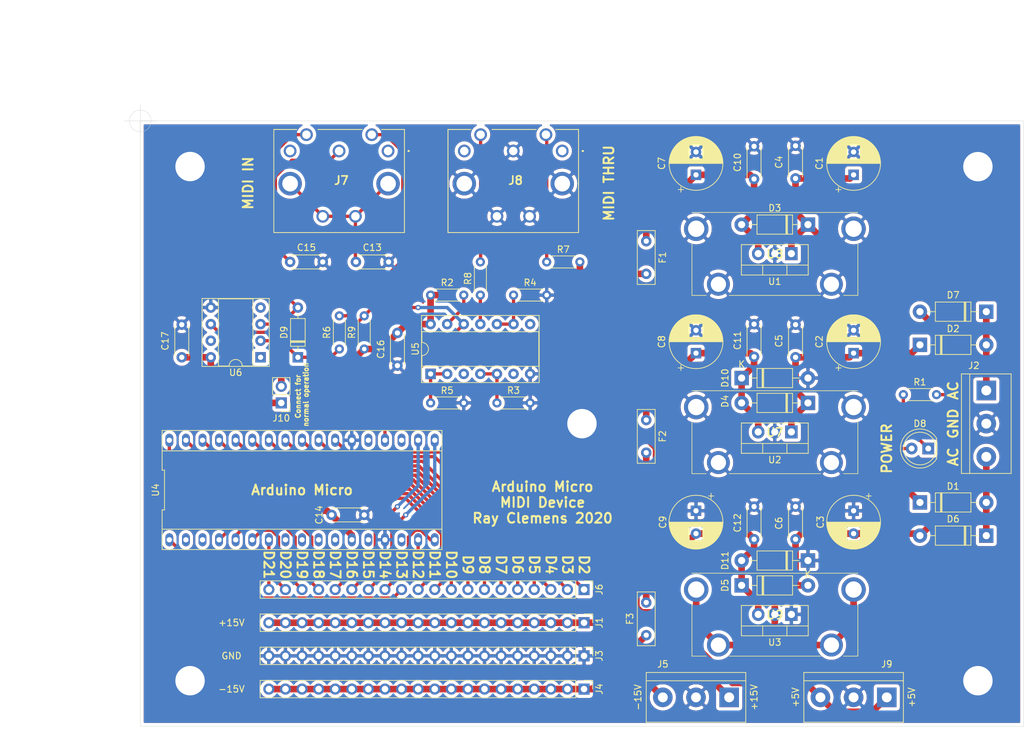
<source format=kicad_pcb>
(kicad_pcb (version 20171130) (host pcbnew "(5.1.6)-1")
  (layers (0 F.Cu signal) (31 B.Cu signal) (34 B.Paste user) (35 F.Paste user) (36 B.SilkS user) (37 F.SilkS user) (38 B.Mask user) (39 F.Mask user) (44 Edge.Cuts user))
  (net 0 "")
  (net 1 GND)
  (net 2 +VDC)
  (net 3 -VDC)
  (net 4 +5V)
  (net 5 +15V)
  (net 6 -15V)
  (net 7 "Net-(C13-Pad1)")
  (net 8 "Net-(C15-Pad1)")
  (net 9 "Net-(D1-Pad2)")
  (net 10 "Net-(D2-Pad2)")
  (net 11 "Net-(D8-Pad1)")
  (net 12 "Net-(D9-Pad2)")
  (net 13 "Net-(D9-Pad1)")
  (net 14 /D21)
  (net 15 /D20)
  (net 16 /D19)
  (net 17 /D18)
  (net 18 /D17)
  (net 19 /D16)
  (net 20 /D15)
  (net 21 /D14)
  (net 22 /D13)
  (net 23 /D12)
  (net 24 /D11)
  (net 25 /D10)
  (net 26 /D9)
  (net 27 /D8)
  (net 28 /D7)
  (net 29 /D6)
  (net 30 /D5)
  (net 31 /D4)
  (net 32 /D3)
  (net 33 /D2)
  (net 34 "Net-(J7-Pad4)")
  (net 35 "Net-(J7-Pad3)")
  (net 36 "Net-(J7-Pad1)")
  (net 37 "Net-(J8-Pad5)")
  (net 38 "Net-(J8-Pad4)")
  (net 39 "Net-(J8-Pad3)")
  (net 40 "Net-(J8-Pad1)")
  (net 41 "Net-(R2-Pad1)")
  (net 42 "Net-(R3-Pad1)")
  (net 43 "Net-(R4-Pad1)")
  (net 44 "Net-(R5-Pad1)")
  (net 45 "Net-(R8-Pad2)")
  (net 46 /TX)
  (net 47 "Net-(U5-Pad6)")
  (net 48 "Net-(U5-Pad3)")
  (net 49 "Net-(U5-Pad8)")
  (net 50 "Net-(U6-Pad4)")
  (net 51 "Net-(U6-Pad7)")
  (net 52 "Net-(U6-Pad1)")
  (net 53 "Net-(C10-Pad1)")
  (net 54 "Net-(C11-Pad1)")
  (net 55 "Net-(C12-Pad2)")
  (net 56 "Net-(U4-Pad15)")
  (net 57 /RX)
  (net 58 "Net-(U4-Pad13)")
  (net 59 "Net-(U4-Pad22)")
  (net 60 "Net-(U4-Pad11)")
  (net 61 "Net-(U4-Pad10)")
  (net 62 /D23)
  (net 63 /D22)
  (net 64 "Net-(U4-Pad3)")
  (net 65 "Net-(U4-Pad2)")
  (net 66 "Net-(C14-Pad2)")
  (module Capacitor_THT:C_Disc_D4.3mm_W1.9mm_P5.00mm (layer F.Cu) (at 90.805 83.265 270)
    (fp_text reference C17 (at 2.5 2.54 90) (layer F.SilkS))
    (fp_text value 0.1uF)
    (pad 2 thru_hole circle (at 5 0 270) (size 1.6 1.6) (drill 0.8) (layers *.Cu *.Mask) (net 4 +5V))
    (pad 1 thru_hole circle (at 0 0 270) (size 1.6 1.6) (drill 0.8) (layers *.Cu *.Mask) (net 1 GND))
  )
  (module Diode_THT:D_DO-41_SOD81_P10.16mm_Horizontal (layer F.Cu) (at 186.69 119.38 180)
    (fp_text reference D11 (at 12.7 0 90) (layer F.SilkS))
    (fp_text value 1N4001)
    (fp_text user K (at 0 -2.1) (layer F.SilkS))
    (pad 2 thru_hole oval (at 10.16 0 180) (size 2.2 2.2) (drill 1.1) (layers *.Cu *.Mask) (net 55 "Net-(C12-Pad2)"))
    (pad 1 thru_hole rect (at 0 0 180) (size 2.2 2.2) (drill 1.1) (layers *.Cu *.Mask) (net 1 GND))
  )
  (module Diode_THT:D_DO-41_SOD81_P10.16mm_Horizontal (layer F.Cu) (at 176.53 91.44)
    (fp_text reference D10 (at -2.54 0 90) (layer F.SilkS))
    (fp_text value 1N4001)
    (fp_text user K (at 0 -2.1) (layer F.SilkS))
    (pad 2 thru_hole oval (at 10.16 0) (size 2.2 2.2) (drill 1.1) (layers *.Cu *.Mask) (net 1 GND))
    (pad 1 thru_hole rect (at 0 0) (size 2.2 2.2) (drill 1.1) (layers *.Cu *.Mask) (net 54 "Net-(C11-Pad1)"))
  )
  (module Package_DIP:DIP-34_600_ELL_Arduino_Micro (layer F.Cu) (at 109.22 108.585)
    (fp_text reference U4 (at -22.42 0 90) (layer F.SilkS))
    (fp_text value ARDUINO_MICRO_SHIELD)
    (pad 17 thru_hole oval (at 20.32 7.62) (size 1.2 2) (drill 0.8) (layers *.Cu *.Mask) (net 20 /D15))
    (pad 18 thru_hole oval (at 20.32 -7.62) (size 1.2 2) (drill 0.8) (layers *.Cu *.Mask) (net 19 /D16))
    (pad 16 thru_hole oval (at 17.78 7.62) (size 1.2 2) (drill 0.8) (layers *.Cu *.Mask) (net 21 /D14))
    (pad 19 thru_hole oval (at 17.78 -7.62) (size 1.2 2) (drill 0.8) (layers *.Cu *.Mask) (net 18 /D17))
    (pad 15 thru_hole oval (at 15.24 7.62) (size 1.2 2) (drill 0.8) (layers *.Cu *.Mask) (net 56 "Net-(U4-Pad15)"))
    (pad 20 thru_hole oval (at 15.24 -7.62) (size 1.2 2) (drill 0.8) (layers *.Cu *.Mask) (net 46 /TX))
    (pad 14 thru_hole oval (at 12.7 7.62) (size 1.2 2) (drill 0.8) (layers *.Cu *.Mask) (net 1 GND))
    (pad 21 thru_hole oval (at 12.7 -7.62) (size 1.2 2) (drill 0.8) (layers *.Cu *.Mask) (net 57 /RX))
    (pad 13 thru_hole oval (at 10.16 7.62) (size 1.2 2) (drill 0.8) (layers *.Cu *.Mask) (net 58 "Net-(U4-Pad13)"))
    (pad 22 thru_hole oval (at 10.16 -7.62) (size 1.2 2) (drill 0.8) (layers *.Cu *.Mask) (net 59 "Net-(U4-Pad22)"))
    (pad 12 thru_hole oval (at 7.62 7.62) (size 1.2 2) (drill 0.8) (layers *.Cu *.Mask) (net 66 "Net-(C14-Pad2)"))
    (pad 23 thru_hole oval (at 7.62 -7.62) (size 1.2 2) (drill 0.8) (layers *.Cu *.Mask) (net 1 GND))
    (pad 11 thru_hole oval (at 5.08 7.62) (size 1.2 2) (drill 0.8) (layers *.Cu *.Mask) (net 60 "Net-(U4-Pad11)"))
    (pad 24 thru_hole oval (at 5.08 -7.62) (size 1.2 2) (drill 0.8) (layers *.Cu *.Mask) (net 33 /D2))
    (pad 10 thru_hole oval (at 2.54 7.62) (size 1.2 2) (drill 0.8) (layers *.Cu *.Mask) (net 61 "Net-(U4-Pad10)"))
    (pad 25 thru_hole oval (at 2.54 -7.62) (size 1.2 2) (drill 0.8) (layers *.Cu *.Mask) (net 32 /D3))
    (pad 9 thru_hole oval (at 0 7.62) (size 1.2 2) (drill 0.8) (layers *.Cu *.Mask) (net 62 /D23))
    (pad 26 thru_hole oval (at 0 -7.62) (size 1.2 2) (drill 0.8) (layers *.Cu *.Mask) (net 31 /D4))
    (pad 8 thru_hole oval (at -2.54 7.62) (size 1.2 2) (drill 0.8) (layers *.Cu *.Mask) (net 63 /D22))
    (pad 27 thru_hole oval (at -2.54 -7.62) (size 1.2 2) (drill 0.8) (layers *.Cu *.Mask) (net 30 /D5))
    (pad 7 thru_hole oval (at -5.08 7.62) (size 1.2 2) (drill 0.8) (layers *.Cu *.Mask) (net 14 /D21))
    (pad 28 thru_hole oval (at -5.08 -7.62) (size 1.2 2) (drill 0.8) (layers *.Cu *.Mask) (net 29 /D6))
    (pad 6 thru_hole oval (at -7.62 7.62) (size 1.2 2) (drill 0.8) (layers *.Cu *.Mask) (net 15 /D20))
    (pad 29 thru_hole oval (at -7.62 -7.62) (size 1.2 2) (drill 0.8) (layers *.Cu *.Mask) (net 28 /D7))
    (pad 5 thru_hole oval (at -10.16 7.62) (size 1.2 2) (drill 0.8) (layers *.Cu *.Mask) (net 16 /D19))
    (pad 30 thru_hole oval (at -10.16 -7.62) (size 1.2 2) (drill 0.8) (layers *.Cu *.Mask) (net 27 /D8))
    (pad 4 thru_hole oval (at -12.7 7.62) (size 1.2 2) (drill 0.8) (layers *.Cu *.Mask) (net 17 /D18))
    (pad 31 thru_hole oval (at -12.7 -7.62) (size 1.2 2) (drill 0.8) (layers *.Cu *.Mask) (net 26 /D9))
    (pad 3 thru_hole oval (at -15.24 7.62) (size 1.2 2) (drill 0.8) (layers *.Cu *.Mask) (net 64 "Net-(U4-Pad3)"))
    (pad 32 thru_hole oval (at -15.24 -7.62) (size 1.2 2) (drill 0.8) (layers *.Cu *.Mask) (net 25 /D10))
    (pad 2 thru_hole oval (at -17.78 7.62) (size 1.2 2) (drill 0.8) (layers *.Cu *.Mask) (net 65 "Net-(U4-Pad2)"))
    (pad 33 thru_hole oval (at -17.78 -7.62) (size 1.2 2) (drill 0.8) (layers *.Cu *.Mask) (net 24 /D11))
    (pad 1 thru_hole oval (at -20.32 7.62) (size 1.2 2) (drill 0.8) (layers *.Cu *.Mask) (net 22 /D13))
    (pad 34 thru_hole oval (at -20.32 -7.62) (size 1.2 2) (drill 0.8) (layers *.Cu *.Mask) (net 23 /D12))
  )
  (module Connector_PinHeader_2.54mm:PinHeader_1x02_P2.54mm_Vertical (layer F.Cu) (at 106.045 95.25 180)
    (fp_text reference J10 (at 0 -2.33) (layer F.SilkS))
    (fp_text value Conn_01x02_Male)
    (pad 2 thru_hole oval (at 0 2.54 180) (size 1.7 1.7) (drill 1) (layers *.Cu *.Mask) (net 4 +5V))
    (pad 1 thru_hole rect (at 0 0 180) (size 1.7 1.7) (drill 1) (layers *.Cu *.Mask) (net 66 "Net-(C14-Pad2)"))
  )
  (module TerminalBlock:TerminalBlock_bornier-3_P5.08mm (layer F.Cu) (at 198.755 140.335 180)
    (fp_text reference J9 (at 0 5.08 180) (layer F.SilkS))
    (fp_text value Screw_Terminal_01x03)
    (pad 3 thru_hole circle (at 10.16 0 180) (size 3 3) (drill 1.52) (layers *.Cu *.Mask) (net 4 +5V))
    (pad 2 thru_hole circle (at 5.08 0 180) (size 3 3) (drill 1.52) (layers *.Cu *.Mask) (net 1 GND))
    (pad 1 thru_hole rect (at 0 0 180) (size 3 3) (drill 1.52) (layers *.Cu *.Mask) (net 4 +5V))
  )
  (module SamacSys_Parts:240118ABEH22 (layer F.Cu) (at 193.675 123.825 180)
    (fp_text reference U9 (at 12.05 -3.879) (layer F.SilkS) (effects (font (size 1.27 1.27) (thickness 0.254))))
    (fp_text value 240-118ABEH-22 hide)
    (pad 4 thru_hole circle (at 20.7 -8.5 180) (size 3.515 3.515) (drill 2.3431) (layers *.Cu *.Mask) (net 3 -VDC))
    (pad 3 thru_hole circle (at 3.4 -8.5 180) (size 3.515 3.515) (drill 2.3431) (layers *.Cu *.Mask) (net 3 -VDC))
    (pad 2 thru_hole circle (at 24.1 0 180) (size 3.75 3.75) (drill 2.5) (layers *.Cu *.Mask) (net 3 -VDC))
    (pad 1 thru_hole circle (at 0 0 180) (size 3.75 3.75) (drill 2.5) (layers *.Cu *.Mask) (net 3 -VDC))
  )
  (module SamacSys_Parts:240118ABEH22 (layer F.Cu) (at 193.675 68.58 180)
    (fp_text reference U8 (at 12.05 -3.879) (layer F.SilkS) (effects (font (size 1.27 1.27) (thickness 0.254))))
    (fp_text value 240-118ABEH-22 hide)
    (pad 4 thru_hole circle (at 20.7 -8.5 180) (size 3.515 3.515) (drill 2.3431) (layers *.Cu *.Mask) (net 1 GND))
    (pad 3 thru_hole circle (at 3.4 -8.5 180) (size 3.515 3.515) (drill 2.3431) (layers *.Cu *.Mask) (net 1 GND))
    (pad 2 thru_hole circle (at 24.1 0 180) (size 3.75 3.75) (drill 2.5) (layers *.Cu *.Mask) (net 1 GND))
    (pad 1 thru_hole circle (at 0 0 180) (size 3.75 3.75) (drill 2.5) (layers *.Cu *.Mask) (net 1 GND))
  )
  (module SamacSys_Parts:240118ABEH22 (layer F.Cu) (at 193.675 95.885 180)
    (fp_text reference U7 (at 12.05 -3.879) (layer F.SilkS) (effects (font (size 1.27 1.27) (thickness 0.254))))
    (fp_text value 240-118ABEH-22 hide)
    (pad 4 thru_hole circle (at 20.7 -8.5 180) (size 3.515 3.515) (drill 2.3431) (layers *.Cu *.Mask) (net 1 GND))
    (pad 3 thru_hole circle (at 3.4 -8.5 180) (size 3.515 3.515) (drill 2.3431) (layers *.Cu *.Mask) (net 1 GND))
    (pad 2 thru_hole circle (at 24.1 0 180) (size 3.75 3.75) (drill 2.5) (layers *.Cu *.Mask) (net 1 GND))
    (pad 1 thru_hole circle (at 0 0 180) (size 3.75 3.75) (drill 2.5) (layers *.Cu *.Mask) (net 1 GND))
  )
  (module Capacitor_THT:C_Disc_D8.0mm_W2.5mm_P5.00mm (layer F.Cu) (at 161.925 130.81 90)
    (fp_text reference F3 (at 2.5 -2.5 90) (layer F.SilkS))
    (fp_text value Polyfuse)
    (pad 2 thru_hole circle (at 5 0 90) (size 1.6 1.6) (drill 0.8) (layers *.Cu *.Mask) (net 55 "Net-(C12-Pad2)"))
    (pad 1 thru_hole circle (at 0 0 90) (size 1.6 1.6) (drill 0.8) (layers *.Cu *.Mask) (net 6 -15V))
  )
  (module Capacitor_THT:C_Disc_D8.0mm_W2.5mm_P5.00mm (layer F.Cu) (at 161.925 97.87 270)
    (fp_text reference F2 (at 2.5 -2.5 90) (layer F.SilkS))
    (fp_text value Polyfuse)
    (pad 2 thru_hole circle (at 5 0 270) (size 1.6 1.6) (drill 0.8) (layers *.Cu *.Mask) (net 5 +15V))
    (pad 1 thru_hole circle (at 0 0 270) (size 1.6 1.6) (drill 0.8) (layers *.Cu *.Mask) (net 54 "Net-(C11-Pad1)"))
  )
  (module Capacitor_THT:C_Disc_D8.0mm_W2.5mm_P5.00mm (layer F.Cu) (at 161.925 70.485 270)
    (fp_text reference F1 (at 2.5 -2.5 90) (layer F.SilkS))
    (fp_text value Polyfuse)
    (pad 2 thru_hole circle (at 5 0 270) (size 1.6 1.6) (drill 0.8) (layers *.Cu *.Mask) (net 4 +5V))
    (pad 1 thru_hole circle (at 0 0 270) (size 1.6 1.6) (drill 0.8) (layers *.Cu *.Mask) (net 53 "Net-(C10-Pad1)"))
  )
  (module Package_DIP:DIP-8_W7.62mm_Socket (layer F.Cu) (at 102.87 88.265 180)
    (fp_text reference U6 (at 3.81 -2.33) (layer F.SilkS))
    (fp_text value 6N138)
    (pad 8 thru_hole oval (at 7.62 0 180) (size 1.6 1.6) (drill 0.8) (layers *.Cu *.Mask) (net 4 +5V))
    (pad 4 thru_hole oval (at 0 7.62 180) (size 1.6 1.6) (drill 0.8) (layers *.Cu *.Mask) (net 50 "Net-(U6-Pad4)"))
    (pad 7 thru_hole oval (at 7.62 2.54 180) (size 1.6 1.6) (drill 0.8) (layers *.Cu *.Mask) (net 51 "Net-(U6-Pad7)"))
    (pad 3 thru_hole oval (at 0 5.08 180) (size 1.6 1.6) (drill 0.8) (layers *.Cu *.Mask) (net 12 "Net-(D9-Pad2)"))
    (pad 6 thru_hole oval (at 7.62 5.08 180) (size 1.6 1.6) (drill 0.8) (layers *.Cu *.Mask) (net 57 /RX))
    (pad 2 thru_hole oval (at 0 2.54 180) (size 1.6 1.6) (drill 0.8) (layers *.Cu *.Mask) (net 13 "Net-(D9-Pad1)"))
    (pad 5 thru_hole oval (at 7.62 7.62 180) (size 1.6 1.6) (drill 0.8) (layers *.Cu *.Mask) (net 1 GND))
    (pad 1 thru_hole rect (at 0 0 180) (size 1.6 1.6) (drill 0.8) (layers *.Cu *.Mask) (net 52 "Net-(U6-Pad1)"))
  )
  (module Package_DIP:DIP-14_W7.62mm_Socket (layer F.Cu) (at 128.905 90.805 90)
    (fp_text reference U5 (at 3.81 -2.33 90) (layer F.SilkS))
    (fp_text value 74LS126)
    (pad 14 thru_hole oval (at 7.62 0 90) (size 1.6 1.6) (drill 0.8) (layers *.Cu *.Mask) (net 4 +5V))
    (pad 7 thru_hole oval (at 0 15.24 90) (size 1.6 1.6) (drill 0.8) (layers *.Cu *.Mask) (net 1 GND))
    (pad 13 thru_hole oval (at 7.62 2.54 90) (size 1.6 1.6) (drill 0.8) (layers *.Cu *.Mask) (net 41 "Net-(R2-Pad1)"))
    (pad 6 thru_hole oval (at 0 12.7 90) (size 1.6 1.6) (drill 0.8) (layers *.Cu *.Mask) (net 47 "Net-(U5-Pad6)"))
    (pad 12 thru_hole oval (at 7.62 5.08 90) (size 1.6 1.6) (drill 0.8) (layers *.Cu *.Mask) (net 57 /RX))
    (pad 5 thru_hole oval (at 0 10.16 90) (size 1.6 1.6) (drill 0.8) (layers *.Cu *.Mask) (net 42 "Net-(R3-Pad1)"))
    (pad 11 thru_hole oval (at 7.62 7.62 90) (size 1.6 1.6) (drill 0.8) (layers *.Cu *.Mask) (net 45 "Net-(R8-Pad2)"))
    (pad 4 thru_hole oval (at 0 7.62 90) (size 1.6 1.6) (drill 0.8) (layers *.Cu *.Mask) (net 42 "Net-(R3-Pad1)"))
    (pad 10 thru_hole oval (at 7.62 10.16 90) (size 1.6 1.6) (drill 0.8) (layers *.Cu *.Mask) (net 43 "Net-(R4-Pad1)"))
    (pad 3 thru_hole oval (at 0 5.08 90) (size 1.6 1.6) (drill 0.8) (layers *.Cu *.Mask) (net 48 "Net-(U5-Pad3)"))
    (pad 9 thru_hole oval (at 7.62 12.7 90) (size 1.6 1.6) (drill 0.8) (layers *.Cu *.Mask) (net 43 "Net-(R4-Pad1)"))
    (pad 2 thru_hole oval (at 0 2.54 90) (size 1.6 1.6) (drill 0.8) (layers *.Cu *.Mask) (net 44 "Net-(R5-Pad1)"))
    (pad 8 thru_hole oval (at 7.62 15.24 90) (size 1.6 1.6) (drill 0.8) (layers *.Cu *.Mask) (net 49 "Net-(U5-Pad8)"))
    (pad 1 thru_hole rect (at 0 0 90) (size 1.6 1.6) (drill 0.8) (layers *.Cu *.Mask) (net 44 "Net-(R5-Pad1)"))
  )
  (module Package_TO_SOT_THT:TO-220-3_Vertical (layer F.Cu) (at 184.15 127.635 180)
    (fp_text reference U3 (at 2.54 -4.27) (layer F.SilkS))
    (fp_text value L7915)
    (pad 3 thru_hole oval (at 5.08 0 180) (size 1.905 2) (drill 1.1) (layers *.Cu *.Mask) (net 55 "Net-(C12-Pad2)"))
    (pad 2 thru_hole oval (at 2.54 0 180) (size 1.905 2) (drill 1.1) (layers *.Cu *.Mask) (net 3 -VDC))
    (pad 1 thru_hole rect (at 0 0 180) (size 1.905 2) (drill 1.1) (layers *.Cu *.Mask) (net 1 GND))
  )
  (module Package_TO_SOT_THT:TO-220-3_Vertical (layer F.Cu) (at 184.15 99.695 180)
    (fp_text reference U2 (at 2.54 -4.27) (layer F.SilkS))
    (fp_text value L7815)
    (pad 3 thru_hole oval (at 5.08 0 180) (size 1.905 2) (drill 1.1) (layers *.Cu *.Mask) (net 54 "Net-(C11-Pad1)"))
    (pad 2 thru_hole oval (at 2.54 0 180) (size 1.905 2) (drill 1.1) (layers *.Cu *.Mask) (net 1 GND))
    (pad 1 thru_hole rect (at 0 0 180) (size 1.905 2) (drill 1.1) (layers *.Cu *.Mask) (net 2 +VDC))
  )
  (module Package_TO_SOT_THT:TO-220-3_Vertical (layer F.Cu) (at 184.15 72.39 180)
    (fp_text reference U1 (at 2.54 -4.27) (layer F.SilkS))
    (fp_text value L7805)
    (pad 3 thru_hole oval (at 5.08 0 180) (size 1.905 2) (drill 1.1) (layers *.Cu *.Mask) (net 53 "Net-(C10-Pad1)"))
    (pad 2 thru_hole oval (at 2.54 0 180) (size 1.905 2) (drill 1.1) (layers *.Cu *.Mask) (net 1 GND))
    (pad 1 thru_hole rect (at 0 0 180) (size 1.905 2) (drill 1.1) (layers *.Cu *.Mask) (net 2 +VDC))
  )
  (module Resistor_THT:R_Axial_DIN0204_L3.6mm_D1.6mm_P5.08mm_Horizontal (layer F.Cu) (at 118.745 81.915 270)
    (fp_text reference R9 (at 2.54 1.905 90) (layer F.SilkS))
    (fp_text value 280)
    (pad 2 thru_hole oval (at 5.08 0 270) (size 1.4 1.4) (drill 0.7) (layers *.Cu *.Mask) (net 4 +5V))
    (pad 1 thru_hole circle (at 0 0 270) (size 1.4 1.4) (drill 0.7) (layers *.Cu *.Mask) (net 57 /RX))
  )
  (module Resistor_THT:R_Axial_DIN0204_L3.6mm_D1.6mm_P5.08mm_Horizontal (layer F.Cu) (at 136.525 73.66 270)
    (fp_text reference R8 (at 2.54 1.905 90) (layer F.SilkS))
    (fp_text value 220)
    (pad 2 thru_hole oval (at 5.08 0 270) (size 1.4 1.4) (drill 0.7) (layers *.Cu *.Mask) (net 45 "Net-(R8-Pad2)"))
    (pad 1 thru_hole circle (at 0 0 270) (size 1.4 1.4) (drill 0.7) (layers *.Cu *.Mask) (net 37 "Net-(J8-Pad5)"))
  )
  (module Resistor_THT:R_Axial_DIN0204_L3.6mm_D1.6mm_P5.08mm_Horizontal (layer F.Cu) (at 146.685 73.66)
    (fp_text reference R7 (at 2.54 -1.905) (layer F.SilkS))
    (fp_text value 220)
    (pad 2 thru_hole oval (at 5.08 0) (size 1.4 1.4) (drill 0.7) (layers *.Cu *.Mask) (net 4 +5V))
    (pad 1 thru_hole circle (at 0 0) (size 1.4 1.4) (drill 0.7) (layers *.Cu *.Mask) (net 38 "Net-(J8-Pad4)"))
  )
  (module Resistor_THT:R_Axial_DIN0204_L3.6mm_D1.6mm_P5.08mm_Horizontal (layer F.Cu) (at 114.935 86.995 90)
    (fp_text reference R6 (at 2.54 -1.92 90) (layer F.SilkS))
    (fp_text value 220)
    (pad 2 thru_hole oval (at 5.08 0 90) (size 1.4 1.4) (drill 0.7) (layers *.Cu *.Mask) (net 34 "Net-(J7-Pad4)"))
    (pad 1 thru_hole circle (at 0 0 90) (size 1.4 1.4) (drill 0.7) (layers *.Cu *.Mask) (net 13 "Net-(D9-Pad1)"))
  )
  (module Resistor_THT:R_Axial_DIN0204_L3.6mm_D1.6mm_P5.08mm_Horizontal (layer F.Cu) (at 128.905 95.25)
    (fp_text reference R5 (at 2.54 -1.905) (layer F.SilkS))
    (fp_text value 220)
    (pad 2 thru_hole oval (at 5.08 0) (size 1.4 1.4) (drill 0.7) (layers *.Cu *.Mask) (net 1 GND))
    (pad 1 thru_hole circle (at 0 0) (size 1.4 1.4) (drill 0.7) (layers *.Cu *.Mask) (net 44 "Net-(R5-Pad1)"))
  )
  (module Resistor_THT:R_Axial_DIN0204_L3.6mm_D1.6mm_P5.08mm_Horizontal (layer F.Cu) (at 141.605 78.74)
    (fp_text reference R4 (at 2.54 -1.905) (layer F.SilkS))
    (fp_text value 220)
    (pad 2 thru_hole oval (at 5.08 0) (size 1.4 1.4) (drill 0.7) (layers *.Cu *.Mask) (net 1 GND))
    (pad 1 thru_hole circle (at 0 0) (size 1.4 1.4) (drill 0.7) (layers *.Cu *.Mask) (net 43 "Net-(R4-Pad1)"))
  )
  (module Resistor_THT:R_Axial_DIN0204_L3.6mm_D1.6mm_P5.08mm_Horizontal (layer F.Cu) (at 139.065 95.25)
    (fp_text reference R3 (at 2.54 -1.92) (layer F.SilkS))
    (fp_text value 220)
    (pad 2 thru_hole oval (at 5.08 0) (size 1.4 1.4) (drill 0.7) (layers *.Cu *.Mask) (net 1 GND))
    (pad 1 thru_hole circle (at 0 0) (size 1.4 1.4) (drill 0.7) (layers *.Cu *.Mask) (net 42 "Net-(R3-Pad1)"))
  )
  (module Resistor_THT:R_Axial_DIN0204_L3.6mm_D1.6mm_P5.08mm_Horizontal (layer F.Cu) (at 133.985 78.74 180)
    (fp_text reference R2 (at 2.54 1.905) (layer F.SilkS))
    (fp_text value 220)
    (pad 2 thru_hole oval (at 5.08 0 180) (size 1.4 1.4) (drill 0.7) (layers *.Cu *.Mask) (net 4 +5V))
    (pad 1 thru_hole circle (at 0 0 180) (size 1.4 1.4) (drill 0.7) (layers *.Cu *.Mask) (net 41 "Net-(R2-Pad1)"))
  )
  (module Resistor_THT:R_Axial_DIN0204_L3.6mm_D1.6mm_P5.08mm_Horizontal (layer F.Cu) (at 201.295 93.98)
    (fp_text reference R1 (at 2.54 -1.92) (layer F.SilkS))
    (fp_text value 2.2K)
    (pad 2 thru_hole oval (at 5.08 0) (size 1.4 1.4) (drill 0.7) (layers *.Cu *.Mask) (net 3 -VDC))
    (pad 1 thru_hole circle (at 0 0) (size 1.4 1.4) (drill 0.7) (layers *.Cu *.Mask) (net 11 "Net-(D8-Pad1)"))
  )
  (module SamacSys_Parts:SDS50J (layer F.Cu) (at 149.065 56.675)
    (fp_text reference J8 (at -7.15 4.512) (layer F.SilkS) (effects (font (size 1.27 1.27) (thickness 0.254))))
    (fp_text value SDS-50J hide)
    (pad MH4 thru_hole circle (at -15 5) (size 3.6 3.6) (drill 2.4) (layers *.Cu *.Mask) (net 1 GND))
    (pad MH3 thru_hole circle (at 0 5) (size 3.6 3.6) (drill 2.4) (layers *.Cu *.Mask) (net 1 GND))
    (pad MH2 thru_hole circle (at -10 10) (size 1.95 1.95) (drill 1.3) (layers *.Cu *.Mask) (net 1 GND))
    (pad MH1 thru_hole circle (at -5 10) (size 1.95 1.95) (drill 1.3) (layers *.Cu *.Mask) (net 1 GND))
    (pad 5 thru_hole circle (at -12.5 -2.5) (size 1.95 1.95) (drill 1.3) (layers *.Cu *.Mask) (net 37 "Net-(J8-Pad5)"))
    (pad 4 thru_hole circle (at -2.5 -2.5) (size 1.95 1.95) (drill 1.3) (layers *.Cu *.Mask) (net 38 "Net-(J8-Pad4)"))
    (pad 3 thru_hole circle (at -15 0) (size 1.95 1.95) (drill 1.3) (layers *.Cu *.Mask) (net 39 "Net-(J8-Pad3)"))
    (pad 2 thru_hole circle (at -7.5 0) (size 1.95 1.95) (drill 1.3) (layers *.Cu *.Mask) (net 1 GND))
    (pad 1 thru_hole circle (at 0 0) (size 1.95 1.95) (drill 1.3) (layers *.Cu *.Mask) (net 40 "Net-(J8-Pad1)"))
  )
  (module SamacSys_Parts:SDS50J (layer F.Cu) (at 122.395 56.675)
    (fp_text reference J7 (at -7.15 4.512) (layer F.SilkS) (effects (font (size 1.27 1.27) (thickness 0.254))))
    (fp_text value SDS-50J hide)
    (pad MH4 thru_hole circle (at -15 5) (size 3.6 3.6) (drill 2.4) (layers *.Cu *.Mask) (net 7 "Net-(C13-Pad1)"))
    (pad MH3 thru_hole circle (at 0 5) (size 3.6 3.6) (drill 2.4) (layers *.Cu *.Mask) (net 7 "Net-(C13-Pad1)"))
    (pad MH2 thru_hole circle (at -10 10) (size 1.95 1.95) (drill 1.3) (layers *.Cu *.Mask) (net 7 "Net-(C13-Pad1)"))
    (pad MH1 thru_hole circle (at -5 10) (size 1.95 1.95) (drill 1.3) (layers *.Cu *.Mask) (net 7 "Net-(C13-Pad1)"))
    (pad 5 thru_hole circle (at -12.5 -2.5) (size 1.95 1.95) (drill 1.3) (layers *.Cu *.Mask) (net 12 "Net-(D9-Pad2)"))
    (pad 4 thru_hole circle (at -2.5 -2.5) (size 1.95 1.95) (drill 1.3) (layers *.Cu *.Mask) (net 34 "Net-(J7-Pad4)"))
    (pad 3 thru_hole circle (at -15 0) (size 1.95 1.95) (drill 1.3) (layers *.Cu *.Mask) (net 35 "Net-(J7-Pad3)"))
    (pad 2 thru_hole circle (at -7.5 0) (size 1.95 1.95) (drill 1.3) (layers *.Cu *.Mask) (net 8 "Net-(C15-Pad1)"))
    (pad 1 thru_hole circle (at 0 0) (size 1.95 1.95) (drill 1.3) (layers *.Cu *.Mask) (net 36 "Net-(J7-Pad1)"))
  )
  (module Connector_PinHeader_2.54mm:PinHeader_1x20_P2.54mm_Vertical (layer F.Cu) (at 152.4 123.825 270)
    (fp_text reference J6 (at 0 -2.33 90) (layer F.SilkS))
    (fp_text value Conn_01x20_Male)
    (pad 20 thru_hole oval (at 0 48.26 270) (size 1.7 1.7) (drill 1) (layers *.Cu *.Mask) (net 14 /D21))
    (pad 19 thru_hole oval (at 0 45.72 270) (size 1.7 1.7) (drill 1) (layers *.Cu *.Mask) (net 15 /D20))
    (pad 18 thru_hole oval (at 0 43.18 270) (size 1.7 1.7) (drill 1) (layers *.Cu *.Mask) (net 16 /D19))
    (pad 17 thru_hole oval (at 0 40.64 270) (size 1.7 1.7) (drill 1) (layers *.Cu *.Mask) (net 17 /D18))
    (pad 16 thru_hole oval (at 0 38.1 270) (size 1.7 1.7) (drill 1) (layers *.Cu *.Mask) (net 18 /D17))
    (pad 15 thru_hole oval (at 0 35.56 270) (size 1.7 1.7) (drill 1) (layers *.Cu *.Mask) (net 19 /D16))
    (pad 14 thru_hole oval (at 0 33.02 270) (size 1.7 1.7) (drill 1) (layers *.Cu *.Mask) (net 20 /D15))
    (pad 13 thru_hole oval (at 0 30.48 270) (size 1.7 1.7) (drill 1) (layers *.Cu *.Mask) (net 21 /D14))
    (pad 12 thru_hole oval (at 0 27.94 270) (size 1.7 1.7) (drill 1) (layers *.Cu *.Mask) (net 22 /D13))
    (pad 11 thru_hole oval (at 0 25.4 270) (size 1.7 1.7) (drill 1) (layers *.Cu *.Mask) (net 23 /D12))
    (pad 10 thru_hole oval (at 0 22.86 270) (size 1.7 1.7) (drill 1) (layers *.Cu *.Mask) (net 24 /D11))
    (pad 9 thru_hole oval (at 0 20.32 270) (size 1.7 1.7) (drill 1) (layers *.Cu *.Mask) (net 25 /D10))
    (pad 8 thru_hole oval (at 0 17.78 270) (size 1.7 1.7) (drill 1) (layers *.Cu *.Mask) (net 26 /D9))
    (pad 7 thru_hole oval (at 0 15.24 270) (size 1.7 1.7) (drill 1) (layers *.Cu *.Mask) (net 27 /D8))
    (pad 6 thru_hole oval (at 0 12.7 270) (size 1.7 1.7) (drill 1) (layers *.Cu *.Mask) (net 28 /D7))
    (pad 5 thru_hole oval (at 0 10.16 270) (size 1.7 1.7) (drill 1) (layers *.Cu *.Mask) (net 29 /D6))
    (pad 4 thru_hole oval (at 0 7.62 270) (size 1.7 1.7) (drill 1) (layers *.Cu *.Mask) (net 30 /D5))
    (pad 3 thru_hole oval (at 0 5.08 270) (size 1.7 1.7) (drill 1) (layers *.Cu *.Mask) (net 31 /D4))
    (pad 2 thru_hole oval (at 0 2.54 270) (size 1.7 1.7) (drill 1) (layers *.Cu *.Mask) (net 32 /D3))
    (pad 1 thru_hole rect (at 0 0 270) (size 1.7 1.7) (drill 1) (layers *.Cu *.Mask) (net 33 /D2))
  )
  (module TerminalBlock:TerminalBlock_bornier-3_P5.08mm (layer F.Cu) (at 174.625 140.335 180)
    (fp_text reference J5 (at 10.16 5.08 180) (layer F.SilkS))
    (fp_text value Screw_Terminal_01x03)
    (pad 3 thru_hole circle (at 10.16 0 180) (size 3 3) (drill 1.52) (layers *.Cu *.Mask) (net 6 -15V))
    (pad 2 thru_hole circle (at 5.08 0 180) (size 3 3) (drill 1.52) (layers *.Cu *.Mask) (net 1 GND))
    (pad 1 thru_hole rect (at 0 0 180) (size 3 3) (drill 1.52) (layers *.Cu *.Mask) (net 5 +15V))
  )
  (module Connector_PinHeader_2.54mm:PinHeader_1x20_P2.54mm_Vertical (layer F.Cu) (at 152.4 139.065 270)
    (fp_text reference J4 (at 0 -2.33 90) (layer F.SilkS))
    (fp_text value Conn_01x20_Male)
    (pad 20 thru_hole oval (at 0 48.26 270) (size 1.7 1.7) (drill 1) (layers *.Cu *.Mask) (net 6 -15V))
    (pad 19 thru_hole oval (at 0 45.72 270) (size 1.7 1.7) (drill 1) (layers *.Cu *.Mask) (net 6 -15V))
    (pad 18 thru_hole oval (at 0 43.18 270) (size 1.7 1.7) (drill 1) (layers *.Cu *.Mask) (net 6 -15V))
    (pad 17 thru_hole oval (at 0 40.64 270) (size 1.7 1.7) (drill 1) (layers *.Cu *.Mask) (net 6 -15V))
    (pad 16 thru_hole oval (at 0 38.1 270) (size 1.7 1.7) (drill 1) (layers *.Cu *.Mask) (net 6 -15V))
    (pad 15 thru_hole oval (at 0 35.56 270) (size 1.7 1.7) (drill 1) (layers *.Cu *.Mask) (net 6 -15V))
    (pad 14 thru_hole oval (at 0 33.02 270) (size 1.7 1.7) (drill 1) (layers *.Cu *.Mask) (net 6 -15V))
    (pad 13 thru_hole oval (at 0 30.48 270) (size 1.7 1.7) (drill 1) (layers *.Cu *.Mask) (net 6 -15V))
    (pad 12 thru_hole oval (at 0 27.94 270) (size 1.7 1.7) (drill 1) (layers *.Cu *.Mask) (net 6 -15V))
    (pad 11 thru_hole oval (at 0 25.4 270) (size 1.7 1.7) (drill 1) (layers *.Cu *.Mask) (net 6 -15V))
    (pad 10 thru_hole oval (at 0 22.86 270) (size 1.7 1.7) (drill 1) (layers *.Cu *.Mask) (net 6 -15V))
    (pad 9 thru_hole oval (at 0 20.32 270) (size 1.7 1.7) (drill 1) (layers *.Cu *.Mask) (net 6 -15V))
    (pad 8 thru_hole oval (at 0 17.78 270) (size 1.7 1.7) (drill 1) (layers *.Cu *.Mask) (net 6 -15V))
    (pad 7 thru_hole oval (at 0 15.24 270) (size 1.7 1.7) (drill 1) (layers *.Cu *.Mask) (net 6 -15V))
    (pad 6 thru_hole oval (at 0 12.7 270) (size 1.7 1.7) (drill 1) (layers *.Cu *.Mask) (net 6 -15V))
    (pad 5 thru_hole oval (at 0 10.16 270) (size 1.7 1.7) (drill 1) (layers *.Cu *.Mask) (net 6 -15V))
    (pad 4 thru_hole oval (at 0 7.62 270) (size 1.7 1.7) (drill 1) (layers *.Cu *.Mask) (net 6 -15V))
    (pad 3 thru_hole oval (at 0 5.08 270) (size 1.7 1.7) (drill 1) (layers *.Cu *.Mask) (net 6 -15V))
    (pad 2 thru_hole oval (at 0 2.54 270) (size 1.7 1.7) (drill 1) (layers *.Cu *.Mask) (net 6 -15V))
    (pad 1 thru_hole rect (at 0 0 270) (size 1.7 1.7) (drill 1) (layers *.Cu *.Mask) (net 6 -15V))
  )
  (module Connector_PinHeader_2.54mm:PinHeader_1x20_P2.54mm_Vertical (layer F.Cu) (at 152.4 133.985 270)
    (fp_text reference J3 (at 0 -2.33 90) (layer F.SilkS))
    (fp_text value Conn_01x20_Male)
    (pad 20 thru_hole oval (at 0 48.26 270) (size 1.7 1.7) (drill 1) (layers *.Cu *.Mask) (net 1 GND))
    (pad 19 thru_hole oval (at 0 45.72 270) (size 1.7 1.7) (drill 1) (layers *.Cu *.Mask) (net 1 GND))
    (pad 18 thru_hole oval (at 0 43.18 270) (size 1.7 1.7) (drill 1) (layers *.Cu *.Mask) (net 1 GND))
    (pad 17 thru_hole oval (at 0 40.64 270) (size 1.7 1.7) (drill 1) (layers *.Cu *.Mask) (net 1 GND))
    (pad 16 thru_hole oval (at 0 38.1 270) (size 1.7 1.7) (drill 1) (layers *.Cu *.Mask) (net 1 GND))
    (pad 15 thru_hole oval (at 0 35.56 270) (size 1.7 1.7) (drill 1) (layers *.Cu *.Mask) (net 1 GND))
    (pad 14 thru_hole oval (at 0 33.02 270) (size 1.7 1.7) (drill 1) (layers *.Cu *.Mask) (net 1 GND))
    (pad 13 thru_hole oval (at 0 30.48 270) (size 1.7 1.7) (drill 1) (layers *.Cu *.Mask) (net 1 GND))
    (pad 12 thru_hole oval (at 0 27.94 270) (size 1.7 1.7) (drill 1) (layers *.Cu *.Mask) (net 1 GND))
    (pad 11 thru_hole oval (at 0 25.4 270) (size 1.7 1.7) (drill 1) (layers *.Cu *.Mask) (net 1 GND))
    (pad 10 thru_hole oval (at 0 22.86 270) (size 1.7 1.7) (drill 1) (layers *.Cu *.Mask) (net 1 GND))
    (pad 9 thru_hole oval (at 0 20.32 270) (size 1.7 1.7) (drill 1) (layers *.Cu *.Mask) (net 1 GND))
    (pad 8 thru_hole oval (at 0 17.78 270) (size 1.7 1.7) (drill 1) (layers *.Cu *.Mask) (net 1 GND))
    (pad 7 thru_hole oval (at 0 15.24 270) (size 1.7 1.7) (drill 1) (layers *.Cu *.Mask) (net 1 GND))
    (pad 6 thru_hole oval (at 0 12.7 270) (size 1.7 1.7) (drill 1) (layers *.Cu *.Mask) (net 1 GND))
    (pad 5 thru_hole oval (at 0 10.16 270) (size 1.7 1.7) (drill 1) (layers *.Cu *.Mask) (net 1 GND))
    (pad 4 thru_hole oval (at 0 7.62 270) (size 1.7 1.7) (drill 1) (layers *.Cu *.Mask) (net 1 GND))
    (pad 3 thru_hole oval (at 0 5.08 270) (size 1.7 1.7) (drill 1) (layers *.Cu *.Mask) (net 1 GND))
    (pad 2 thru_hole oval (at 0 2.54 270) (size 1.7 1.7) (drill 1) (layers *.Cu *.Mask) (net 1 GND))
    (pad 1 thru_hole rect (at 0 0 270) (size 1.7 1.7) (drill 1) (layers *.Cu *.Mask) (net 1 GND))
  )
  (module TerminalBlock:TerminalBlock_bornier-3_P5.08mm (layer F.Cu) (at 213.995 93.345 270)
    (fp_text reference J2 (at -3.81 1.905 180) (layer F.SilkS))
    (fp_text value Screw_Terminal_01x03)
    (pad 3 thru_hole circle (at 10.16 0 270) (size 3 3) (drill 1.52) (layers *.Cu *.Mask) (net 9 "Net-(D1-Pad2)"))
    (pad 2 thru_hole circle (at 5.08 0 270) (size 3 3) (drill 1.52) (layers *.Cu *.Mask) (net 1 GND))
    (pad 1 thru_hole rect (at 0 0 270) (size 3 3) (drill 1.52) (layers *.Cu *.Mask) (net 10 "Net-(D2-Pad2)"))
  )
  (module Connector_PinHeader_2.54mm:PinHeader_1x20_P2.54mm_Vertical (layer F.Cu) (at 152.4 128.905 270)
    (fp_text reference J1 (at 0 -2.33 90) (layer F.SilkS))
    (fp_text value Conn_01x20_Male)
    (pad 20 thru_hole oval (at 0 48.26 270) (size 1.7 1.7) (drill 1) (layers *.Cu *.Mask) (net 5 +15V))
    (pad 19 thru_hole oval (at 0 45.72 270) (size 1.7 1.7) (drill 1) (layers *.Cu *.Mask) (net 5 +15V))
    (pad 18 thru_hole oval (at 0 43.18 270) (size 1.7 1.7) (drill 1) (layers *.Cu *.Mask) (net 5 +15V))
    (pad 17 thru_hole oval (at 0 40.64 270) (size 1.7 1.7) (drill 1) (layers *.Cu *.Mask) (net 5 +15V))
    (pad 16 thru_hole oval (at 0 38.1 270) (size 1.7 1.7) (drill 1) (layers *.Cu *.Mask) (net 5 +15V))
    (pad 15 thru_hole oval (at 0 35.56 270) (size 1.7 1.7) (drill 1) (layers *.Cu *.Mask) (net 5 +15V))
    (pad 14 thru_hole oval (at 0 33.02 270) (size 1.7 1.7) (drill 1) (layers *.Cu *.Mask) (net 5 +15V))
    (pad 13 thru_hole oval (at 0 30.48 270) (size 1.7 1.7) (drill 1) (layers *.Cu *.Mask) (net 5 +15V))
    (pad 12 thru_hole oval (at 0 27.94 270) (size 1.7 1.7) (drill 1) (layers *.Cu *.Mask) (net 5 +15V))
    (pad 11 thru_hole oval (at 0 25.4 270) (size 1.7 1.7) (drill 1) (layers *.Cu *.Mask) (net 5 +15V))
    (pad 10 thru_hole oval (at 0 22.86 270) (size 1.7 1.7) (drill 1) (layers *.Cu *.Mask) (net 5 +15V))
    (pad 9 thru_hole oval (at 0 20.32 270) (size 1.7 1.7) (drill 1) (layers *.Cu *.Mask) (net 5 +15V))
    (pad 8 thru_hole oval (at 0 17.78 270) (size 1.7 1.7) (drill 1) (layers *.Cu *.Mask) (net 5 +15V))
    (pad 7 thru_hole oval (at 0 15.24 270) (size 1.7 1.7) (drill 1) (layers *.Cu *.Mask) (net 5 +15V))
    (pad 6 thru_hole oval (at 0 12.7 270) (size 1.7 1.7) (drill 1) (layers *.Cu *.Mask) (net 5 +15V))
    (pad 5 thru_hole oval (at 0 10.16 270) (size 1.7 1.7) (drill 1) (layers *.Cu *.Mask) (net 5 +15V))
    (pad 4 thru_hole oval (at 0 7.62 270) (size 1.7 1.7) (drill 1) (layers *.Cu *.Mask) (net 5 +15V))
    (pad 3 thru_hole oval (at 0 5.08 270) (size 1.7 1.7) (drill 1) (layers *.Cu *.Mask) (net 5 +15V))
    (pad 2 thru_hole oval (at 0 2.54 270) (size 1.7 1.7) (drill 1) (layers *.Cu *.Mask) (net 5 +15V))
    (pad 1 thru_hole rect (at 0 0 270) (size 1.7 1.7) (drill 1) (layers *.Cu *.Mask) (net 5 +15V))
  )
  (module Diode_THT:D_DO-35_SOD27_P7.62mm_Horizontal (layer F.Cu) (at 108.585 88.265 90)
    (fp_text reference D9 (at 3.81 -2.12 90) (layer F.SilkS))
    (fp_text value 1N914)
    (pad 2 thru_hole oval (at 7.62 0 90) (size 1.6 1.6) (drill 0.8) (layers *.Cu *.Mask) (net 12 "Net-(D9-Pad2)"))
    (pad 1 thru_hole rect (at 0 0 90) (size 1.6 1.6) (drill 0.8) (layers *.Cu *.Mask) (net 13 "Net-(D9-Pad1)"))
  )
  (module LED_THT:LED_D5.0mm (layer F.Cu) (at 205.105 102.235 180)
    (fp_text reference D8 (at 1.27 3.81) (layer F.SilkS))
    (fp_text value LED)
    (pad 2 thru_hole circle (at 2.54 0 180) (size 1.8 1.8) (drill 0.9) (layers *.Cu *.Mask) (net 2 +VDC))
    (pad 1 thru_hole rect (at 0 0 180) (size 1.8 1.8) (drill 0.9) (layers *.Cu *.Mask) (net 11 "Net-(D8-Pad1)"))
  )
  (module Diode_THT:D_DO-41_SOD81_P10.16mm_Horizontal (layer F.Cu) (at 213.995 81.28 180)
    (fp_text reference D7 (at 5.08 2.54) (layer F.SilkS))
    (fp_text value 1N4001)
    (pad 2 thru_hole oval (at 10.16 0 180) (size 2.2 2.2) (drill 1.1) (layers *.Cu *.Mask) (net 3 -VDC))
    (pad 1 thru_hole rect (at 0 0 180) (size 2.2 2.2) (drill 1.1) (layers *.Cu *.Mask) (net 10 "Net-(D2-Pad2)"))
  )
  (module Diode_THT:D_DO-41_SOD81_P10.16mm_Horizontal (layer F.Cu) (at 213.995 115.57 180)
    (fp_text reference D6 (at 5.08 2.54) (layer F.SilkS))
    (fp_text value 1N4001)
    (pad 2 thru_hole oval (at 10.16 0 180) (size 2.2 2.2) (drill 1.1) (layers *.Cu *.Mask) (net 3 -VDC))
    (pad 1 thru_hole rect (at 0 0 180) (size 2.2 2.2) (drill 1.1) (layers *.Cu *.Mask) (net 9 "Net-(D1-Pad2)"))
  )
  (module Diode_THT:D_DO-41_SOD81_P10.16mm_Horizontal (layer F.Cu) (at 176.53 123.19)
    (fp_text reference D5 (at -2.54 0 90) (layer F.SilkS))
    (fp_text value 1N4001)
    (pad 2 thru_hole oval (at 10.16 0) (size 2.2 2.2) (drill 1.1) (layers *.Cu *.Mask) (net 3 -VDC))
    (pad 1 thru_hole rect (at 0 0) (size 2.2 2.2) (drill 1.1) (layers *.Cu *.Mask) (net 55 "Net-(C12-Pad2)"))
  )
  (module Diode_THT:D_DO-41_SOD81_P10.16mm_Horizontal (layer F.Cu) (at 186.69 95.25 180)
    (fp_text reference D4 (at 12.7 0.254 90) (layer F.SilkS))
    (fp_text value 1N4001)
    (pad 2 thru_hole oval (at 10.16 0 180) (size 2.2 2.2) (drill 1.1) (layers *.Cu *.Mask) (net 54 "Net-(C11-Pad1)"))
    (pad 1 thru_hole rect (at 0 0 180) (size 2.2 2.2) (drill 1.1) (layers *.Cu *.Mask) (net 2 +VDC))
  )
  (module Diode_THT:D_DO-41_SOD81_P10.16mm_Horizontal (layer F.Cu) (at 186.69 67.945 180)
    (fp_text reference D3 (at 5.08 2.54) (layer F.SilkS))
    (fp_text value 1N4001)
    (pad 2 thru_hole oval (at 10.16 0 180) (size 2.2 2.2) (drill 1.1) (layers *.Cu *.Mask) (net 53 "Net-(C10-Pad1)"))
    (pad 1 thru_hole rect (at 0 0 180) (size 2.2 2.2) (drill 1.1) (layers *.Cu *.Mask) (net 2 +VDC))
  )
  (module Diode_THT:D_DO-41_SOD81_P10.16mm_Horizontal (layer F.Cu) (at 203.835 86.36)
    (fp_text reference D2 (at 5.08 -2.47) (layer F.SilkS))
    (fp_text value 1N4001)
    (pad 2 thru_hole oval (at 10.16 0) (size 2.2 2.2) (drill 1.1) (layers *.Cu *.Mask) (net 10 "Net-(D2-Pad2)"))
    (pad 1 thru_hole rect (at 0 0) (size 2.2 2.2) (drill 1.1) (layers *.Cu *.Mask) (net 2 +VDC))
  )
  (module Diode_THT:D_DO-41_SOD81_P10.16mm_Horizontal (layer F.Cu) (at 203.835 110.49)
    (fp_text reference D1 (at 5.08 -2.47) (layer F.SilkS))
    (fp_text value 1N4001)
    (pad 2 thru_hole oval (at 10.16 0) (size 2.2 2.2) (drill 1.1) (layers *.Cu *.Mask) (net 9 "Net-(D1-Pad2)"))
    (pad 1 thru_hole rect (at 0 0) (size 2.2 2.2) (drill 1.1) (layers *.Cu *.Mask) (net 2 +VDC))
  )
  (module Capacitor_THT:C_Disc_D4.3mm_W1.9mm_P5.00mm (layer F.Cu) (at 123.825 84.535 270)
    (fp_text reference C16 (at 2.5 2.54 90) (layer F.SilkS))
    (fp_text value 0.1uF)
    (pad 2 thru_hole circle (at 5 0 270) (size 1.6 1.6) (drill 0.8) (layers *.Cu *.Mask) (net 1 GND))
    (pad 1 thru_hole circle (at 0 0 270) (size 1.6 1.6) (drill 0.8) (layers *.Cu *.Mask) (net 4 +5V))
  )
  (module Capacitor_THT:C_Disc_D4.3mm_W1.9mm_P5.00mm (layer F.Cu) (at 107.395 73.66)
    (fp_text reference C15 (at 2.5 -2.2) (layer F.SilkS))
    (fp_text value 0.1uF)
    (pad 2 thru_hole circle (at 5 0) (size 1.6 1.6) (drill 0.8) (layers *.Cu *.Mask) (net 1 GND))
    (pad 1 thru_hole circle (at 0 0) (size 1.6 1.6) (drill 0.8) (layers *.Cu *.Mask) (net 8 "Net-(C15-Pad1)"))
  )
  (module Capacitor_THT:C_Disc_D4.3mm_W1.9mm_P5.00mm (layer F.Cu) (at 118.745 112.395 180)
    (fp_text reference C14 (at 6.905 0 90) (layer F.SilkS))
    (fp_text value 0.1uF)
    (pad 2 thru_hole circle (at 5 0 180) (size 1.6 1.6) (drill 0.8) (layers *.Cu *.Mask) (net 66 "Net-(C14-Pad2)"))
    (pad 1 thru_hole circle (at 0 0 180) (size 1.6 1.6) (drill 0.8) (layers *.Cu *.Mask) (net 1 GND))
  )
  (module Capacitor_THT:C_Disc_D4.3mm_W1.9mm_P5.00mm (layer F.Cu) (at 117.475 73.66)
    (fp_text reference C13 (at 2.5 -2.2) (layer F.SilkS))
    (fp_text value 0.1uF)
    (pad 2 thru_hole circle (at 5 0) (size 1.6 1.6) (drill 0.8) (layers *.Cu *.Mask) (net 1 GND))
    (pad 1 thru_hole circle (at 0 0) (size 1.6 1.6) (drill 0.8) (layers *.Cu *.Mask) (net 7 "Net-(C13-Pad1)"))
  )
  (module Capacitor_THT:C_Disc_D4.3mm_W1.9mm_P5.00mm (layer F.Cu) (at 178.435 111.125 270)
    (fp_text reference C12 (at 2.5 2.54 90) (layer F.SilkS))
    (fp_text value 0.1uF)
    (pad 2 thru_hole circle (at 5 0 270) (size 1.6 1.6) (drill 0.8) (layers *.Cu *.Mask) (net 55 "Net-(C12-Pad2)"))
    (pad 1 thru_hole circle (at 0 0 270) (size 1.6 1.6) (drill 0.8) (layers *.Cu *.Mask) (net 1 GND))
  )
  (module Capacitor_THT:C_Disc_D4.3mm_W1.9mm_P5.00mm (layer F.Cu) (at 178.435 88.185 90)
    (fp_text reference C11 (at 2.5 -2.54 90) (layer F.SilkS))
    (fp_text value 0.1uF)
    (pad 2 thru_hole circle (at 5 0 90) (size 1.6 1.6) (drill 0.8) (layers *.Cu *.Mask) (net 1 GND))
    (pad 1 thru_hole circle (at 0 0 90) (size 1.6 1.6) (drill 0.8) (layers *.Cu *.Mask) (net 54 "Net-(C11-Pad1)"))
  )
  (module Capacitor_THT:C_Disc_D4.3mm_W1.9mm_P5.00mm (layer F.Cu) (at 178.435 60.96 90)
    (fp_text reference C10 (at 2.54 -2.54 90) (layer F.SilkS))
    (fp_text value 0.1uF)
    (pad 2 thru_hole circle (at 5 0 90) (size 1.6 1.6) (drill 0.8) (layers *.Cu *.Mask) (net 1 GND))
    (pad 1 thru_hole circle (at 0 0 90) (size 1.6 1.6) (drill 0.8) (layers *.Cu *.Mask) (net 53 "Net-(C10-Pad1)"))
  )
  (module Capacitor_THT:CP_Radial_D8.0mm_P3.50mm (layer F.Cu) (at 169.545 111.76 270)
    (fp_text reference C9 (at 1.75 5.08 90) (layer F.SilkS))
    (fp_text value 100uF)
    (pad 2 thru_hole circle (at 3.5 0 270) (size 1.6 1.6) (drill 0.8) (layers *.Cu *.Mask) (net 55 "Net-(C12-Pad2)"))
    (pad 1 thru_hole rect (at 0 0 270) (size 1.6 1.6) (drill 0.8) (layers *.Cu *.Mask) (net 1 GND))
  )
  (module Capacitor_THT:CP_Radial_D8.0mm_P3.50mm (layer F.Cu) (at 169.545 87.63 90)
    (fp_text reference C8 (at 1.75 -5.25 90) (layer F.SilkS))
    (fp_text value 100uF)
    (pad 2 thru_hole circle (at 3.5 0 90) (size 1.6 1.6) (drill 0.8) (layers *.Cu *.Mask) (net 1 GND))
    (pad 1 thru_hole rect (at 0 0 90) (size 1.6 1.6) (drill 0.8) (layers *.Cu *.Mask) (net 54 "Net-(C11-Pad1)"))
  )
  (module Capacitor_THT:CP_Radial_D8.0mm_P3.50mm (layer F.Cu) (at 169.545 60.325 90)
    (fp_text reference C7 (at 1.75 -5.25 90) (layer F.SilkS))
    (fp_text value 100uF)
    (pad 2 thru_hole circle (at 3.5 0 90) (size 1.6 1.6) (drill 0.8) (layers *.Cu *.Mask) (net 1 GND))
    (pad 1 thru_hole rect (at 0 0 90) (size 1.6 1.6) (drill 0.8) (layers *.Cu *.Mask) (net 53 "Net-(C10-Pad1)"))
  )
  (module Capacitor_THT:C_Disc_D4.3mm_W1.9mm_P5.00mm (layer F.Cu) (at 184.785 111.125 270)
    (fp_text reference C6 (at 2.54 2.54 90) (layer F.SilkS))
    (fp_text value 0.1uF)
    (pad 2 thru_hole circle (at 5 0 270) (size 1.6 1.6) (drill 0.8) (layers *.Cu *.Mask) (net 3 -VDC))
    (pad 1 thru_hole circle (at 0 0 270) (size 1.6 1.6) (drill 0.8) (layers *.Cu *.Mask) (net 1 GND))
  )
  (module Capacitor_THT:C_Disc_D4.3mm_W1.9mm_P5.00mm (layer F.Cu) (at 184.785 88.265 90)
    (fp_text reference C5 (at 2.5 -2.54 90) (layer F.SilkS))
    (fp_text value 0.1uF)
    (pad 2 thru_hole circle (at 5 0 90) (size 1.6 1.6) (drill 0.8) (layers *.Cu *.Mask) (net 1 GND))
    (pad 1 thru_hole circle (at 0 0 90) (size 1.6 1.6) (drill 0.8) (layers *.Cu *.Mask) (net 2 +VDC))
  )
  (module Capacitor_THT:C_Disc_D4.3mm_W1.9mm_P5.00mm (layer F.Cu) (at 184.785 60.88 90)
    (fp_text reference C4 (at 2.5 -2.54 90) (layer F.SilkS))
    (fp_text value 0.1uF)
    (pad 2 thru_hole circle (at 5 0 90) (size 1.6 1.6) (drill 0.8) (layers *.Cu *.Mask) (net 1 GND))
    (pad 1 thru_hole circle (at 0 0 90) (size 1.6 1.6) (drill 0.8) (layers *.Cu *.Mask) (net 2 +VDC))
  )
  (module Capacitor_THT:CP_Radial_D8.0mm_P3.50mm (layer F.Cu) (at 193.675 111.76 270)
    (fp_text reference C3 (at 1.75 5.08 90) (layer F.SilkS))
    (fp_text value 100uF)
    (pad 2 thru_hole circle (at 3.5 0 270) (size 1.6 1.6) (drill 0.8) (layers *.Cu *.Mask) (net 3 -VDC))
    (pad 1 thru_hole rect (at 0 0 270) (size 1.6 1.6) (drill 0.8) (layers *.Cu *.Mask) (net 1 GND))
  )
  (module Capacitor_THT:CP_Radial_D8.0mm_P3.50mm (layer F.Cu) (at 193.675 87.63 90)
    (fp_text reference C2 (at 1.75 -5.25 90) (layer F.SilkS))
    (fp_text value 100uF)
    (pad 2 thru_hole circle (at 3.5 0 90) (size 1.6 1.6) (drill 0.8) (layers *.Cu *.Mask) (net 1 GND))
    (pad 1 thru_hole rect (at 0 0 90) (size 1.6 1.6) (drill 0.8) (layers *.Cu *.Mask) (net 2 +VDC))
  )
  (module Capacitor_THT:CP_Radial_D8.0mm_P3.50mm (layer F.Cu) (at 193.675 60.325 90)
    (fp_text reference C1 (at 1.75 -5.25 90) (layer F.SilkS))
    (fp_text value 100uF)
    (pad 2 thru_hole circle (at 3.5 0 90) (size 1.6 1.6) (drill 0.8) (layers *.Cu *.Mask) (net 1 GND))
    (pad 1 thru_hole rect (at 0 0 90) (size 1.6 1.6) (drill 0.8) (layers *.Cu *.Mask) (net 2 +VDC))
  )
  (gr_text +5V (at 202.565 140.335 90) (layer F.SilkS) (effects (font (size 1.016 1) (thickness 0.1524))))
  (gr_text "MIDI THRU" (at 156.21 61.595 90) (layer F.SilkS) (effects (font (size 1.5 1.5) (thickness 0.3))))
  (gr_text "MIDI IN" (at 100.965 61.595 90) (layer F.SilkS) (effects (font (size 1.5 1.5) (thickness 0.3))))
  (gr_text POWER (at 198.755 102.235 90) (layer F.SilkS) (effects (font (size 1.5 1.5) (thickness 0.3))))
  (gr_text GND (at 208.915 98.425 90) (layer F.SilkS) (effects (font (size 1.5 1.5) (thickness 0.3))))
  (gr_text AC (at 208.915 93.345 90) (layer F.SilkS) (effects (font (size 1.5 1.5) (thickness 0.3))))
  (gr_text AC (at 208.915 103.505 90) (layer F.SilkS) (effects (font (size 1.5 1.5) (thickness 0.3))))
  (gr_text "Connect for \nnormal operation" (at 109.22 93.98 90) (layer F.SilkS) (effects (font (size 0.75 0.75) (thickness 0.1875))))
  (gr_text "Arduino Micro" (at 109.22 108.585) (layer F.SilkS) (effects (font (size 1.5 1.5) (thickness 0.3))))
  (gr_text D21 (at 104.14 120.015 270) (layer F.SilkS) (effects (font (size 1.5 1.5) (thickness 0.3))))
  (gr_text "D20\n" (at 106.68 120.015 270) (layer F.SilkS) (effects (font (size 1.5 1.5) (thickness 0.3))))
  (gr_text "D19\n" (at 109.22 120.015 270) (layer F.SilkS) (effects (font (size 1.5 1.5) (thickness 0.3))))
  (gr_text "D18\n" (at 111.76 120.015 270) (layer F.SilkS) (effects (font (size 1.5 1.5) (thickness 0.3))))
  (gr_text "D17\n" (at 114.3 120.015 270) (layer F.SilkS) (effects (font (size 1.5 1.5) (thickness 0.3))))
  (gr_text "D16\n" (at 116.84 120.015 270) (layer F.SilkS) (effects (font (size 1.5 1.5) (thickness 0.3))))
  (gr_text "D15\n" (at 119.38 120.015 270) (layer F.SilkS) (effects (font (size 1.5 1.5) (thickness 0.3))))
  (gr_text "D14\n" (at 121.92 120.015 270) (layer F.SilkS) (effects (font (size 1.5 1.5) (thickness 0.3))))
  (gr_text "D13\n" (at 124.46 120.015 270) (layer F.SilkS) (effects (font (size 1.5 1.5) (thickness 0.3))))
  (gr_text "D12\n" (at 127 120.015 270) (layer F.SilkS) (effects (font (size 1.5 1.5) (thickness 0.3))))
  (gr_text "D11\n" (at 129.54 120.015 270) (layer F.SilkS) (effects (font (size 1.5 1.5) (thickness 0.3))))
  (gr_text "D10\n" (at 132.08 120.015 270) (layer F.SilkS) (effects (font (size 1.5 1.5) (thickness 0.3))))
  (gr_text "D9\n" (at 134.62 120.015 270) (layer F.SilkS) (effects (font (size 1.5 1.5) (thickness 0.3))))
  (gr_text "D8\n" (at 137.16 120.015 270) (layer F.SilkS) (effects (font (size 1.5 1.5) (thickness 0.3))))
  (gr_text "D7\n" (at 139.7 120.015 270) (layer F.SilkS) (effects (font (size 1.5 1.5) (thickness 0.3))))
  (gr_text "D6\n" (at 142.24 120.015 270) (layer F.SilkS) (effects (font (size 1.5 1.5) (thickness 0.3))))
  (gr_text "D5\n" (at 144.78 120.015 270) (layer F.SilkS) (effects (font (size 1.5 1.5) (thickness 0.3))))
  (gr_text "D4\n" (at 147.32 120.015 270) (layer F.SilkS) (effects (font (size 1.5 1.5) (thickness 0.3))))
  (gr_text D3 (at 149.86 120.015 270) (layer F.SilkS) (effects (font (size 1.5 1.5) (thickness 0.3))))
  (gr_text "D2\n" (at 152.4 120.015 270) (layer F.SilkS) (effects (font (size 1.5 1.5) (thickness 0.3))))
  (gr_text "GND\n" (at 98.425 133.985) (layer F.SilkS) (effects (font (size 1.016 1) (thickness 0.1524))))
  (gr_text +15V (at 98.425 128.905) (layer F.SilkS) (effects (font (size 1.016 1) (thickness 0.1524))))
  (gr_text -15V (at 98.425 139.065) (layer F.SilkS) (effects (font (size 1.016 1) (thickness 0.1524))))
  (gr_text +15V (at 178.435 140.335 90) (layer F.SilkS) (effects (font (size 1.016 1) (thickness 0.1524))))
  (gr_text -15V (at 160.655 140.335 90) (layer F.SilkS) (effects (font (size 1.016 1) (thickness 0.1524))))
  (gr_text +5V (at 184.785 140.335 90) (layer F.SilkS) (effects (font (size 1.016 1) (thickness 0.1524))))
  (gr_line (start 219.71 52.07) (end 84.455 52.07) (layer Edge.Cuts) (width 0.0508))
  (gr_line (start 219.71 144.78) (end 219.71 52.07) (layer Edge.Cuts) (width 0.0508))
  (gr_line (start 84.455 144.78) (end 219.71 144.78) (layer Edge.Cuts) (width 0.0508))
  (gr_line (start 84.455 52.07) (end 84.455 144.78) (layer Edge.Cuts) (width 0.0508))
  (target plus (at 84.455 52.07) (size 5) (width 0.0508) (layer Edge.Cuts))
  (gr_text "Arduino Micro\nMIDI Device\nRay Clemens 2020" (at 146.05 110.49) (layer F.SilkS) (effects (font (size 1.5 1.5) (thickness 0.3))))
  (via (at 212.71 59.07) (size 8) (drill 4.5) (layers F.Cu B.Cu) (net 1))
  (via (at 152.0825 98.425) (size 8) (drill 4.5) (layers F.Cu B.Cu) (net 1))
  (via (at 92.075 59.055) (size 8) (drill 4.5) (layers F.Cu B.Cu) (net 1))
  (via (at 212.71 137.78) (size 8) (drill 4.5) (layers F.Cu B.Cu) (net 1))
  (via (at 92.075 137.78) (size 8) (drill 4.5) (layers F.Cu B.Cu) (net 1))
  (segment (start 144.145 90.805) (end 144.145 95.25) (width 0.508) (layer F.Cu) (net 1))
  (segment (start 184.15 97.79) (end 186.69 95.25) (width 1.016) (layer F.Cu) (net 2))
  (segment (start 184.15 99.695) (end 184.15 97.79) (width 1.016) (layer F.Cu) (net 2))
  (segment (start 184.785 93.345) (end 186.69 95.25) (width 1.016) (layer F.Cu) (net 2))
  (segment (start 184.785 88.265) (end 184.785 93.345) (width 1.016) (layer F.Cu) (net 2))
  (segment (start 193.04 88.265) (end 193.675 87.63) (width 1.016) (layer F.Cu) (net 2))
  (segment (start 184.785 88.265) (end 193.04 88.265) (width 1.016) (layer F.Cu) (net 2))
  (segment (start 184.15 70.485) (end 186.69 67.945) (width 1.016) (layer F.Cu) (net 2))
  (segment (start 184.15 72.39) (end 184.15 70.485) (width 1.016) (layer F.Cu) (net 2))
  (segment (start 184.785 66.04) (end 186.69 67.945) (width 1.016) (layer F.Cu) (net 2))
  (segment (start 184.785 60.88) (end 184.785 66.04) (width 1.016) (layer F.Cu) (net 2))
  (segment (start 193.12 60.88) (end 193.675 60.325) (width 1.016) (layer F.Cu) (net 2))
  (segment (start 184.785 60.88) (end 193.12 60.88) (width 1.016) (layer F.Cu) (net 2))
  (segment (start 202.565 87.63) (end 203.835 86.36) (width 1.016) (layer F.Cu) (net 2))
  (segment (start 198.755 105.41) (end 203.835 110.49) (width 1.016) (layer F.Cu) (net 2))
  (segment (start 198.755 80.01) (end 186.69 67.945) (width 1.016) (layer F.Cu) (net 2))
  (segment (start 198.755 86.995) (end 198.12 87.63) (width 1.016) (layer F.Cu) (net 2))
  (segment (start 198.12 87.63) (end 198.755 87.63) (width 1.016) (layer F.Cu) (net 2))
  (segment (start 198.755 87.63) (end 198.755 86.995) (width 1.016) (layer F.Cu) (net 2))
  (segment (start 198.12 87.63) (end 198.755 88.265) (width 1.016) (layer F.Cu) (net 2))
  (segment (start 198.755 87.63) (end 198.755 88.265) (width 1.016) (layer F.Cu) (net 2))
  (segment (start 198.755 88.265) (end 199.39 87.63) (width 1.016) (layer F.Cu) (net 2))
  (segment (start 198.755 87.63) (end 199.39 87.63) (width 1.016) (layer F.Cu) (net 2))
  (segment (start 198.755 86.995) (end 199.39 87.63) (width 1.016) (layer F.Cu) (net 2))
  (segment (start 198.755 86.995) (end 198.755 80.01) (width 1.016) (layer F.Cu) (net 2))
  (segment (start 199.39 87.63) (end 202.565 87.63) (width 1.016) (layer F.Cu) (net 2))
  (segment (start 193.675 87.63) (end 198.12 87.63) (width 1.016) (layer F.Cu) (net 2))
  (segment (start 202.565 102.235) (end 198.755 102.235) (width 0.508) (layer F.Cu) (net 2))
  (segment (start 198.755 88.265) (end 198.755 102.235) (width 1.016) (layer F.Cu) (net 2))
  (segment (start 198.755 102.235) (end 198.755 105.41) (width 1.016) (layer F.Cu) (net 2))
  (segment (start 181.61 125.619) (end 184.039 123.19) (width 1.016) (layer F.Cu) (net 3))
  (segment (start 181.61 127.635) (end 181.61 125.619) (width 1.016) (layer F.Cu) (net 3))
  (segment (start 184.785 116.125) (end 184.785 123.19) (width 1.016) (layer F.Cu) (net 3))
  (segment (start 184.039 123.19) (end 184.785 123.19) (width 1.016) (layer F.Cu) (net 3))
  (segment (start 184.785 123.19) (end 186.69 123.19) (width 1.016) (layer F.Cu) (net 3))
  (segment (start 193.675 128.925) (end 190.275 132.325) (width 1.016) (layer F.Cu) (net 3))
  (segment (start 193.675 123.825) (end 193.675 128.925) (width 1.016) (layer F.Cu) (net 3))
  (segment (start 169.575 128.925) (end 172.975 132.325) (width 1.016) (layer F.Cu) (net 3))
  (segment (start 169.575 123.825) (end 169.575 128.925) (width 1.016) (layer F.Cu) (net 3))
  (segment (start 172.975 132.325) (end 176.92 132.325) (width 1.016) (layer F.Cu) (net 3))
  (segment (start 190.275 132.325) (end 184.284 132.325) (width 1.016) (layer F.Cu) (net 3))
  (segment (start 181.61 132.08) (end 181.365 132.325) (width 1.016) (layer F.Cu) (net 3))
  (segment (start 181.61 127.635) (end 181.61 132.08) (width 1.016) (layer F.Cu) (net 3))
  (segment (start 184.284 132.325) (end 181.365 132.325) (width 1.016) (layer F.Cu) (net 3))
  (segment (start 181.365 132.325) (end 176.92 132.325) (width 1.016) (layer F.Cu) (net 3))
  (segment (start 203.835 81.28) (end 208.28 85.725) (width 1.016) (layer F.Cu) (net 3))
  (segment (start 208.28 111.125) (end 203.835 115.57) (width 1.016) (layer F.Cu) (net 3))
  (segment (start 193.985 115.57) (end 193.675 115.26) (width 1.016) (layer F.Cu) (net 3))
  (segment (start 185.65 115.26) (end 184.785 116.125) (width 1.016) (layer F.Cu) (net 3))
  (segment (start 203.525 115.26) (end 203.835 115.57) (width 1.016) (layer F.Cu) (net 3))
  (segment (start 192.73 115.26) (end 185.65 115.26) (width 1.016) (layer F.Cu) (net 3))
  (segment (start 193.675 115.26) (end 192.73 115.26) (width 1.016) (layer F.Cu) (net 3))
  (segment (start 194.635 115.26) (end 194.62 115.26) (width 1.016) (layer F.Cu) (net 3))
  (segment (start 194.635 115.26) (end 203.525 115.26) (width 1.016) (layer F.Cu) (net 3))
  (segment (start 193.675 115.26) (end 194.635 115.26) (width 1.016) (layer F.Cu) (net 3))
  (segment (start 206.375 93.98) (end 208.28 93.98) (width 0.508) (layer F.Cu) (net 3))
  (segment (start 208.28 85.725) (end 208.28 93.98) (width 1.016) (layer F.Cu) (net 3))
  (segment (start 208.28 93.98) (end 208.28 111.125) (width 1.016) (layer F.Cu) (net 3))
  (segment (start 130.988842 78.74) (end 128.905 78.74) (width 1.016) (layer F.Cu) (net 4))
  (segment (start 149.225 75.405) (end 149.145 75.485) (width 0.508) (layer F.Cu) (net 4))
  (segment (start 128.905 78.74) (end 128.905 83.185) (width 1.016) (layer F.Cu) (net 4))
  (segment (start 125.175 83.185) (end 123.825 84.535) (width 1.016) (layer F.Cu) (net 4))
  (segment (start 128.905 83.185) (end 125.175 83.185) (width 1.016) (layer F.Cu) (net 4))
  (segment (start 95.25 88.265) (end 95.25 89.535) (width 1.016) (layer F.Cu) (net 4))
  (segment (start 95.25 89.535) (end 96.52 90.805) (width 1.016) (layer F.Cu) (net 4))
  (segment (start 96.52 90.805) (end 106.045 90.805) (width 1.016) (layer F.Cu) (net 4))
  (segment (start 106.045 92.71) (end 106.045 90.805) (width 1.016) (layer F.Cu) (net 4))
  (segment (start 134.243842 75.485) (end 149.145 75.485) (width 1.016) (layer F.Cu) (net 4))
  (segment (start 130.988842 78.74) (end 134.243842 75.485) (width 1.016) (layer F.Cu) (net 4))
  (segment (start 196.546999 142.543001) (end 198.755 140.335) (width 1.016) (layer F.Cu) (net 4))
  (segment (start 190.803001 142.543001) (end 196.546999 142.543001) (width 1.016) (layer F.Cu) (net 4))
  (segment (start 188.595 140.335) (end 190.803001 142.543001) (width 1.016) (layer F.Cu) (net 4))
  (segment (start 160.02 75.565) (end 160.1 75.485) (width 1.016) (layer F.Cu) (net 4))
  (segment (start 161.925 75.485) (end 160.1 75.485) (width 1.016) (layer F.Cu) (net 4))
  (segment (start 159.94 75.485) (end 160.02 75.565) (width 1.016) (layer F.Cu) (net 4))
  (segment (start 149.145 75.485) (end 151.685 75.485) (width 1.016) (layer F.Cu) (net 4))
  (segment (start 151.685 75.485) (end 159.94 75.485) (width 1.016) (layer F.Cu) (net 4))
  (segment (start 151.765 75.405) (end 151.685 75.485) (width 1.016) (layer F.Cu) (net 4))
  (segment (start 151.765 73.66) (end 151.765 75.405) (width 1.016) (layer F.Cu) (net 4))
  (segment (start 90.805 88.265) (end 95.25 88.265) (width 1.016) (layer F.Cu) (net 4))
  (segment (start 121.365 86.995) (end 123.825 84.535) (width 1.016) (layer F.Cu) (net 4))
  (segment (start 118.745 86.995) (end 121.365 86.995) (width 1.016) (layer F.Cu) (net 4))
  (segment (start 114.935 90.805) (end 106.045 90.805) (width 1.016) (layer F.Cu) (net 4))
  (segment (start 118.745 86.995) (end 114.935 90.805) (width 1.016) (layer F.Cu) (net 4))
  (segment (start 175.128057 138.126999) (end 186.386999 138.126999) (width 1.016) (layer F.Cu) (net 4))
  (segment (start 186.386999 138.126999) (end 188.595 140.335) (width 1.016) (layer F.Cu) (net 4))
  (segment (start 164.319059 127.318001) (end 175.128057 138.126999) (width 1.016) (layer F.Cu) (net 4))
  (segment (start 161.201159 127.318001) (end 164.319059 127.318001) (width 1.016) (layer F.Cu) (net 4))
  (segment (start 160.416999 126.533841) (end 161.201159 127.318001) (width 1.016) (layer F.Cu) (net 4))
  (segment (start 160.02 98.733158) (end 163.433001 102.146159) (width 1.016) (layer F.Cu) (net 4))
  (segment (start 160.02 75.565) (end 160.02 98.733158) (width 1.016) (layer F.Cu) (net 4))
  (segment (start 163.433001 102.146159) (end 163.433001 113.876695) (width 1.016) (layer F.Cu) (net 4))
  (segment (start 163.433001 113.876695) (end 160.416999 116.892697) (width 1.016) (layer F.Cu) (net 4))
  (segment (start 160.416999 116.892697) (end 160.416999 126.533841) (width 1.016) (layer F.Cu) (net 4))
  (segment (start 104.14 128.905) (end 152.4 128.905) (width 1.016) (layer F.Cu) (net 5))
  (segment (start 157.48 128.905) (end 152.4 128.905) (width 1.016) (layer F.Cu) (net 5))
  (segment (start 157.48 118.11) (end 161.925 113.665) (width 1.016) (layer F.Cu) (net 5))
  (segment (start 157.48 128.905) (end 157.48 118.11) (width 1.016) (layer F.Cu) (net 5))
  (segment (start 161.925 113.665) (end 161.925 102.87) (width 1.016) (layer F.Cu) (net 5))
  (segment (start 163.195 128.905) (end 157.48 128.905) (width 1.016) (layer F.Cu) (net 5))
  (segment (start 174.625 140.335) (end 163.195 128.905) (width 1.016) (layer F.Cu) (net 5))
  (segment (start 104.14 139.065) (end 153.67 139.065) (width 1.016) (layer F.Cu) (net 6))
  (segment (start 164.465 140.335) (end 158.4325 134.3025) (width 1.016) (layer F.Cu) (net 6))
  (segment (start 153.67 139.065) (end 158.4325 134.3025) (width 1.016) (layer F.Cu) (net 6))
  (segment (start 158.4325 134.3025) (end 161.925 130.81) (width 1.016) (layer F.Cu) (net 6))
  (segment (start 107.395 61.675) (end 112.395 66.675) (width 0.508) (layer F.Cu) (net 7))
  (segment (start 117.395 66.675) (end 112.395 66.675) (width 0.508) (layer F.Cu) (net 7))
  (segment (start 122.395 61.675) (end 117.395 66.675) (width 0.508) (layer F.Cu) (net 7))
  (segment (start 117.395 73.58) (end 117.475 73.66) (width 0.508) (layer F.Cu) (net 7))
  (segment (start 117.395 66.675) (end 117.395 73.58) (width 0.508) (layer F.Cu) (net 7))
  (segment (start 105.140999 71.405999) (end 107.395 73.66) (width 0.508) (layer F.Cu) (net 8))
  (segment (start 105.140999 60.593079) (end 105.140999 71.405999) (width 0.508) (layer F.Cu) (net 8))
  (segment (start 107.630077 58.104001) (end 105.140999 60.593079) (width 0.508) (layer F.Cu) (net 8))
  (segment (start 113.465999 58.104001) (end 107.630077 58.104001) (width 0.508) (layer F.Cu) (net 8))
  (segment (start 114.895 56.675) (end 113.465999 58.104001) (width 0.508) (layer F.Cu) (net 8))
  (segment (start 213.995 103.505) (end 213.995 110.49) (width 1.016) (layer F.Cu) (net 9))
  (segment (start 213.995 110.49) (end 213.995 115.57) (width 1.016) (layer F.Cu) (net 9))
  (segment (start 213.995 81.28) (end 213.995 86.36) (width 1.016) (layer F.Cu) (net 10))
  (segment (start 213.995 86.36) (end 213.995 93.345) (width 1.016) (layer F.Cu) (net 10))
  (segment (start 201.295 98.425) (end 205.105 102.235) (width 0.508) (layer F.Cu) (net 11))
  (segment (start 201.295 93.98) (end 201.295 98.425) (width 0.508) (layer F.Cu) (net 11))
  (segment (start 106.045 83.185) (end 108.585 80.645) (width 0.508) (layer F.Cu) (net 12))
  (segment (start 102.87 83.185) (end 106.045 83.185) (width 0.508) (layer F.Cu) (net 12))
  (segment (start 107.780078 54.175) (end 109.895 54.175) (width 0.508) (layer F.Cu) (net 12))
  (segment (start 104.432989 57.522089) (end 107.780078 54.175) (width 0.508) (layer F.Cu) (net 12))
  (segment (start 104.432989 76.492989) (end 104.432989 57.522089) (width 0.508) (layer F.Cu) (net 12))
  (segment (start 108.585 80.645) (end 104.432989 76.492989) (width 0.508) (layer F.Cu) (net 12))
  (segment (start 106.045 85.725) (end 108.585 88.265) (width 0.508) (layer F.Cu) (net 13))
  (segment (start 102.87 85.725) (end 106.045 85.725) (width 0.508) (layer F.Cu) (net 13))
  (segment (start 113.665 88.265) (end 114.935 86.995) (width 0.508) (layer F.Cu) (net 13))
  (segment (start 108.585 88.265) (end 113.665 88.265) (width 0.508) (layer F.Cu) (net 13))
  (segment (start 104.14 116.205) (end 104.14 123.825) (width 0.508) (layer F.Cu) (net 14))
  (segment (start 105.62599 122.77099) (end 106.68 123.825) (width 0.508) (layer F.Cu) (net 15))
  (segment (start 105.62599 115.800395) (end 105.62599 122.77099) (width 0.508) (layer F.Cu) (net 15))
  (segment (start 103.05401 114.75099) (end 104.576585 114.75099) (width 0.508) (layer F.Cu) (net 15))
  (segment (start 104.576585 114.75099) (end 105.62599 115.800395) (width 0.508) (layer F.Cu) (net 15))
  (segment (start 101.6 116.205) (end 103.05401 114.75099) (width 0.508) (layer F.Cu) (net 15))
  (segment (start 99.06 116.205) (end 99.06 115.57) (width 0.508) (layer F.Cu) (net 16))
  (segment (start 108.16599 122.77099) (end 109.22 123.825) (width 0.508) (layer F.Cu) (net 16))
  (segment (start 108.16599 115.800395) (end 108.16599 122.77099) (width 0.508) (layer F.Cu) (net 16))
  (segment (start 106.408573 114.042978) (end 108.16599 115.800395) (width 0.508) (layer F.Cu) (net 16))
  (segment (start 100.587023 114.042978) (end 106.408573 114.042978) (width 0.508) (layer F.Cu) (net 16))
  (segment (start 99.06 115.57) (end 100.587023 114.042978) (width 0.508) (layer F.Cu) (net 16))
  (segment (start 110.70599 122.77099) (end 111.76 123.825) (width 0.508) (layer F.Cu) (net 17))
  (segment (start 107.935595 113.03) (end 110.70599 115.800395) (width 0.508) (layer F.Cu) (net 17))
  (segment (start 99.695 113.03) (end 107.935595 113.03) (width 0.508) (layer F.Cu) (net 17))
  (segment (start 110.70599 115.800395) (end 110.70599 122.77099) (width 0.508) (layer F.Cu) (net 17))
  (segment (start 96.52 116.205) (end 99.695 113.03) (width 0.508) (layer F.Cu) (net 17))
  (via (at 123.824996 111.125) (size 0.8) (drill 0.4) (layers F.Cu B.Cu) (net 18))
  (segment (start 127 100.965) (end 127 107.949996) (width 0.508) (layer B.Cu) (net 18))
  (segment (start 127 107.949996) (end 123.824996 111.125) (width 0.508) (layer B.Cu) (net 18))
  (segment (start 120.43401 114.515986) (end 123.824996 111.125) (width 0.508) (layer F.Cu) (net 18))
  (segment (start 120.43401 117.69099) (end 120.43401 114.515986) (width 0.508) (layer F.Cu) (net 18))
  (segment (start 114.3 123.825) (end 120.43401 117.69099) (width 0.508) (layer F.Cu) (net 18))
  (segment (start 122.97401 117.69099) (end 122.97401 114.515998) (width 0.508) (layer F.Cu) (net 19))
  (segment (start 122.97401 114.515998) (end 125.095008 112.395) (width 0.508) (layer F.Cu) (net 19))
  (segment (start 129.54 100.965) (end 129.54 107.950008) (width 0.508) (layer B.Cu) (net 19))
  (segment (start 116.84 123.825) (end 122.97401 117.69099) (width 0.508) (layer F.Cu) (net 19))
  (via (at 125.095008 112.395) (size 0.8) (drill 0.4) (layers F.Cu B.Cu) (net 19))
  (segment (start 129.54 107.950008) (end 125.095008 112.395) (width 0.508) (layer B.Cu) (net 19))
  (segment (start 127.436585 114.75099) (end 126.563415 114.75099) (width 0.508) (layer F.Cu) (net 20))
  (segment (start 128.890595 116.205) (end 127.436585 114.75099) (width 0.508) (layer F.Cu) (net 20))
  (segment (start 129.54 116.205) (end 128.890595 116.205) (width 0.508) (layer F.Cu) (net 20))
  (segment (start 126.563415 114.75099) (end 125.51401 115.800395) (width 0.508) (layer F.Cu) (net 20))
  (segment (start 125.51401 115.800395) (end 125.51401 117.69099) (width 0.508) (layer F.Cu) (net 20))
  (segment (start 125.51401 117.69099) (end 119.38 123.825) (width 0.508) (layer F.Cu) (net 20))
  (segment (start 127 118.745) (end 121.92 123.825) (width 0.508) (layer F.Cu) (net 21))
  (segment (start 127 116.205) (end 127 118.745) (width 0.508) (layer F.Cu) (net 21))
  (segment (start 123.155999 125.129001) (end 124.46 123.825) (width 0.508) (layer F.Cu) (net 22))
  (segment (start 97.824001 125.129001) (end 123.155999 125.129001) (width 0.508) (layer F.Cu) (net 22))
  (segment (start 88.9 116.205) (end 97.824001 125.129001) (width 0.508) (layer F.Cu) (net 22))
  (segment (start 88.9 102.473) (end 96.282 109.855) (width 0.508) (layer F.Cu) (net 23))
  (segment (start 88.9 100.965) (end 88.9 102.473) (width 0.508) (layer F.Cu) (net 23))
  (segment (start 130.59401 120.23099) (end 127 123.825) (width 0.508) (layer F.Cu) (net 23))
  (segment (start 130.59401 115.368415) (end 130.59401 120.23099) (width 0.508) (layer F.Cu) (net 23))
  (segment (start 125.080595 109.855) (end 130.59401 115.368415) (width 0.508) (layer F.Cu) (net 23))
  (segment (start 96.282 109.855) (end 125.080595 109.855) (width 0.508) (layer F.Cu) (net 23))
  (segment (start 99.621989 109.146989) (end 125.373863 109.14699) (width 0.508) (layer F.Cu) (net 24))
  (segment (start 131.302021 122.062979) (end 129.54 123.825) (width 0.508) (layer F.Cu) (net 24))
  (segment (start 91.44 100.965) (end 99.621989 109.146989) (width 0.508) (layer F.Cu) (net 24))
  (segment (start 131.302021 115.075148) (end 131.302021 122.062979) (width 0.508) (layer F.Cu) (net 24))
  (segment (start 125.373863 109.14699) (end 131.302021 115.075148) (width 0.508) (layer F.Cu) (net 24))
  (segment (start 101.453978 108.438978) (end 125.667127 108.438978) (width 0.508) (layer F.Cu) (net 25))
  (segment (start 93.98 100.965) (end 101.453978 108.438978) (width 0.508) (layer F.Cu) (net 25))
  (segment (start 132.08 114.851851) (end 132.08 123.825) (width 0.508) (layer F.Cu) (net 25))
  (segment (start 125.667127 108.438978) (end 132.08 114.851851) (width 0.508) (layer F.Cu) (net 25))
  (segment (start 96.52 100.965) (end 103.285968 107.730968) (width 0.508) (layer F.Cu) (net 26))
  (segment (start 125.960395 107.730968) (end 134.62 116.390573) (width 0.508) (layer F.Cu) (net 26))
  (segment (start 134.62 116.390573) (end 134.62 123.825) (width 0.508) (layer F.Cu) (net 26))
  (segment (start 103.285968 107.730968) (end 125.960395 107.730968) (width 0.508) (layer F.Cu) (net 26))
  (segment (start 99.06 100.965) (end 105.117958 107.022958) (width 0.508) (layer F.Cu) (net 27))
  (segment (start 137.16 117.929295) (end 137.16 123.825) (width 0.508) (layer F.Cu) (net 27))
  (segment (start 126.253663 107.022958) (end 137.16 117.929295) (width 0.508) (layer F.Cu) (net 27))
  (segment (start 105.117958 107.022958) (end 126.253663 107.022958) (width 0.508) (layer F.Cu) (net 27))
  (segment (start 126.546931 106.314948) (end 139.7 119.468017) (width 0.508) (layer F.Cu) (net 28))
  (segment (start 139.7 119.468017) (end 139.7 123.825) (width 0.508) (layer F.Cu) (net 28))
  (segment (start 106.949948 106.314948) (end 126.546931 106.314948) (width 0.508) (layer F.Cu) (net 28))
  (segment (start 101.6 100.965) (end 106.949948 106.314948) (width 0.508) (layer F.Cu) (net 28))
  (segment (start 142.24 121.006739) (end 142.24 123.825) (width 0.508) (layer F.Cu) (net 29))
  (segment (start 104.14 100.965) (end 108.781938 105.606938) (width 0.508) (layer F.Cu) (net 29))
  (segment (start 126.840199 105.606938) (end 142.24 121.006739) (width 0.508) (layer F.Cu) (net 29))
  (segment (start 108.781938 105.606938) (end 126.840199 105.606938) (width 0.508) (layer F.Cu) (net 29))
  (segment (start 127.133469 104.898928) (end 144.78 122.545459) (width 0.508) (layer F.Cu) (net 30))
  (segment (start 144.78 122.545459) (end 144.78 123.825) (width 0.508) (layer F.Cu) (net 30))
  (segment (start 106.68 100.965) (end 110.613928 104.898928) (width 0.508) (layer F.Cu) (net 30))
  (segment (start 110.613928 104.898928) (end 127.133469 104.898928) (width 0.508) (layer F.Cu) (net 30))
  (segment (start 112.445918 104.190918) (end 127.685918 104.190918) (width 0.508) (layer F.Cu) (net 31))
  (segment (start 109.22 100.965) (end 112.445918 104.190918) (width 0.508) (layer F.Cu) (net 31))
  (segment (start 127.685918 104.190918) (end 147.32 123.825) (width 0.508) (layer F.Cu) (net 31))
  (segment (start 114.277908 103.482908) (end 129.517908 103.482908) (width 0.508) (layer F.Cu) (net 32))
  (segment (start 129.517908 103.482908) (end 149.86 123.825) (width 0.508) (layer F.Cu) (net 32))
  (segment (start 111.76 100.965) (end 114.277908 103.482908) (width 0.508) (layer F.Cu) (net 32))
  (segment (start 114.3 100.965) (end 116.109898 102.774898) (width 0.508) (layer F.Cu) (net 33))
  (segment (start 116.109898 102.774898) (end 131.349898 102.774898) (width 0.508) (layer F.Cu) (net 33))
  (segment (start 131.349898 102.774898) (end 152.4 123.825) (width 0.508) (layer F.Cu) (net 33))
  (segment (start 122.009922 54.175) (end 119.895 54.175) (width 0.508) (layer F.Cu) (net 34))
  (segment (start 124.649001 73.341921) (end 124.649001 56.814079) (width 0.508) (layer F.Cu) (net 34))
  (segment (start 124.649001 56.814079) (end 122.009922 54.175) (width 0.508) (layer F.Cu) (net 34))
  (segment (start 116.075922 81.915) (end 124.649001 73.341921) (width 0.508) (layer F.Cu) (net 34))
  (segment (start 114.935 81.915) (end 116.075922 81.915) (width 0.508) (layer F.Cu) (net 34))
  (segment (start 136.565 73.62) (end 136.525 73.66) (width 0.508) (layer F.Cu) (net 37))
  (segment (start 136.565 54.175) (end 136.565 73.62) (width 0.508) (layer F.Cu) (net 37))
  (segment (start 146.685 54.295) (end 146.565 54.175) (width 0.508) (layer F.Cu) (net 38))
  (segment (start 146.685 73.66) (end 146.685 54.295) (width 0.508) (layer F.Cu) (net 38))
  (segment (start 133.985 80.645) (end 131.445 83.185) (width 0.508) (layer F.Cu) (net 41))
  (segment (start 133.985 78.74) (end 133.985 80.645) (width 0.508) (layer F.Cu) (net 41))
  (segment (start 139.065 90.805) (end 139.065 95.25) (width 0.508) (layer F.Cu) (net 42))
  (segment (start 136.525 90.805) (end 139.065 90.805) (width 0.508) (layer F.Cu) (net 42))
  (segment (start 141.605 78.74) (end 141.605 83.185) (width 0.508) (layer F.Cu) (net 43))
  (segment (start 141.605 83.185) (end 139.065 83.185) (width 0.508) (layer F.Cu) (net 43))
  (segment (start 131.445 90.805) (end 128.905 90.805) (width 0.508) (layer F.Cu) (net 44))
  (segment (start 128.905 90.805) (end 128.905 95.25) (width 0.508) (layer F.Cu) (net 44))
  (segment (start 136.525 78.74) (end 136.525 83.185) (width 0.508) (layer F.Cu) (net 45))
  (segment (start 161.925 67.945) (end 169.545 60.325) (width 1.016) (layer F.Cu) (net 53))
  (segment (start 161.925 70.485) (end 161.925 67.945) (width 1.016) (layer F.Cu) (net 53))
  (segment (start 177.8 60.325) (end 178.435 60.96) (width 1.016) (layer F.Cu) (net 53))
  (segment (start 169.545 60.325) (end 177.8 60.325) (width 1.016) (layer F.Cu) (net 53))
  (segment (start 178.435 66.04) (end 176.53 67.945) (width 1.016) (layer F.Cu) (net 53))
  (segment (start 178.435 60.96) (end 178.435 66.04) (width 1.016) (layer F.Cu) (net 53))
  (segment (start 179.07 70.485) (end 176.53 67.945) (width 1.016) (layer F.Cu) (net 53))
  (segment (start 179.07 72.39) (end 179.07 70.485) (width 1.016) (layer F.Cu) (net 53))
  (segment (start 161.925 95.25) (end 169.545 87.63) (width 1.016) (layer F.Cu) (net 54))
  (segment (start 161.925 97.87) (end 161.925 95.25) (width 1.016) (layer F.Cu) (net 54))
  (segment (start 179.07 97.79) (end 176.53 95.25) (width 1.016) (layer F.Cu) (net 54))
  (segment (start 179.07 99.695) (end 179.07 97.79) (width 1.016) (layer F.Cu) (net 54))
  (segment (start 176.53 95.25) (end 176.53 91.44) (width 1.016) (layer F.Cu) (net 54))
  (segment (start 177.88 87.63) (end 178.435 88.185) (width 1.016) (layer F.Cu) (net 54))
  (segment (start 169.545 87.63) (end 177.88 87.63) (width 1.016) (layer F.Cu) (net 54))
  (segment (start 178.435 89.535) (end 176.53 91.44) (width 1.016) (layer F.Cu) (net 54))
  (segment (start 178.435 88.185) (end 178.435 89.535) (width 1.016) (layer F.Cu) (net 54))
  (segment (start 161.925 125.81) (end 161.925 122.88) (width 1.016) (layer F.Cu) (net 55))
  (segment (start 177.57 115.26) (end 178.435 116.125) (width 1.016) (layer F.Cu) (net 55))
  (segment (start 179.07 125.73) (end 176.53 123.19) (width 1.016) (layer F.Cu) (net 55))
  (segment (start 179.07 127.635) (end 179.07 125.73) (width 1.016) (layer F.Cu) (net 55))
  (segment (start 161.925 122.88) (end 168.755 116.05) (width 1.016) (layer F.Cu) (net 55))
  (segment (start 169.545 115.26) (end 170.505 115.26) (width 1.016) (layer F.Cu) (net 55))
  (segment (start 168.755 116.05) (end 169.545 115.26) (width 1.016) (layer F.Cu) (net 55))
  (segment (start 170.505 115.26) (end 177.57 115.26) (width 1.016) (layer F.Cu) (net 55))
  (segment (start 178.435 117.475) (end 176.53 119.38) (width 1.016) (layer F.Cu) (net 55))
  (segment (start 178.435 116.125) (end 178.435 117.475) (width 1.016) (layer F.Cu) (net 55))
  (segment (start 176.53 119.38) (end 176.53 123.19) (width 1.016) (layer F.Cu) (net 55))
  (segment (start 95.25 83.185) (end 96.504001 84.439001) (width 0.508) (layer F.Cu) (net 57))
  (via (at 127 80.645) (size 0.8) (drill 0.4) (layers F.Cu B.Cu) (net 57))
  (segment (start 131.445 80.645) (end 133.985 83.185) (width 0.508) (layer B.Cu) (net 57))
  (segment (start 127 80.645) (end 131.445 80.645) (width 0.508) (layer B.Cu) (net 57))
  (segment (start 116.220999 84.439001) (end 118.745 81.915) (width 0.508) (layer F.Cu) (net 57))
  (segment (start 96.504001 84.439001) (end 116.220999 84.439001) (width 0.508) (layer F.Cu) (net 57))
  (segment (start 120.015 80.645) (end 118.745 81.915) (width 0.508) (layer F.Cu) (net 57))
  (segment (start 127 80.645) (end 120.015 80.645) (width 0.508) (layer F.Cu) (net 57))
  (segment (start 121.92 95.25) (end 121.92 100.965) (width 0.508) (layer F.Cu) (net 57))
  (segment (start 133.985 83.185) (end 121.92 95.25) (width 0.508) (layer F.Cu) (net 57))
  (segment (start 116.84 115.49) (end 113.745 112.395) (width 1.016) (layer F.Cu) (net 66))
  (segment (start 116.84 116.205) (end 116.84 115.49) (width 1.016) (layer F.Cu) (net 66))
  (segment (start 91.44 95.25) (end 106.045 95.25) (width 1.016) (layer F.Cu) (net 66))
  (segment (start 86.995 99.695) (end 91.44 95.25) (width 1.016) (layer F.Cu) (net 66))
  (segment (start 113.665 112.395) (end 113.03 111.76) (width 1.016) (layer F.Cu) (net 66))
  (segment (start 93.98 111.76) (end 86.995 104.775) (width 1.016) (layer F.Cu) (net 66))
  (segment (start 113.745 112.395) (end 113.665 112.395) (width 1.016) (layer F.Cu) (net 66))
  (segment (start 113.03 111.76) (end 93.98 111.76) (width 1.016) (layer F.Cu) (net 66))
  (segment (start 86.995 104.775) (end 86.995 99.695) (width 1.016) (layer F.Cu) (net 66))
  (zone (net 1) (net_name GND) (layer F.Cu) (connect_pads (clearance 0.508)) (min_thickness 0.254) (fill yes (arc_segments 32) (thermal_gap 0.508) (thermal_bridge_width 0.508))
    (polygon (pts (xy 219.71 144.78) (xy 84.455 144.78) (xy 84.455 52.07) (xy 219.71 52.07)))
  )
  (zone (net 1) (net_name GND) (layer B.Cu) (connect_pads (clearance 0.508)) (min_thickness 0.254) (fill yes (arc_segments 32) (thermal_gap 0.508) (thermal_bridge_width 0.508))
    (polygon (pts (xy 219.71 144.78) (xy 84.455 144.78) (xy 84.455 52.07) (xy 219.71 52.07)))
  )
)
</source>
